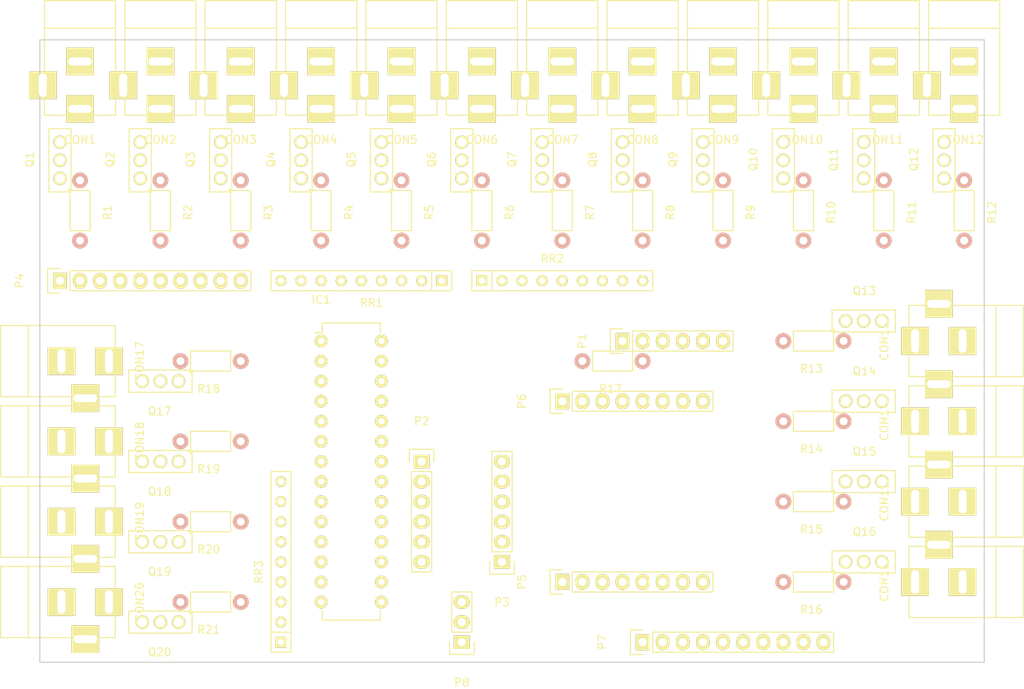
<source format=kicad_pcb>
(kicad_pcb (version 4) (host pcbnew 4.0.3-stable)

  (general
    (links 156)
    (no_connects 156)
    (area 65.964999 40.564999 185.495001 119.455001)
    (thickness 1.6)
    (drawings 6)
    (tracks 0)
    (zones 0)
    (modules 73)
    (nets 119)
  )

  (page A4)
  (layers
    (0 F.Cu signal)
    (31 B.Cu signal)
    (32 B.Adhes user)
    (33 F.Adhes user)
    (34 B.Paste user)
    (35 F.Paste user)
    (36 B.SilkS user)
    (37 F.SilkS user)
    (38 B.Mask user)
    (39 F.Mask user)
    (40 Dwgs.User user)
    (41 Cmts.User user)
    (42 Eco1.User user)
    (43 Eco2.User user)
    (44 Edge.Cuts user)
    (45 Margin user)
    (46 B.CrtYd user)
    (47 F.CrtYd user)
    (48 B.Fab user)
    (49 F.Fab user)
  )

  (setup
    (last_trace_width 0.25)
    (trace_clearance 0.2)
    (zone_clearance 0.508)
    (zone_45_only no)
    (trace_min 0.2)
    (segment_width 0.2)
    (edge_width 0.15)
    (via_size 0.6)
    (via_drill 0.4)
    (via_min_size 0.4)
    (via_min_drill 0.3)
    (uvia_size 0.3)
    (uvia_drill 0.1)
    (uvias_allowed no)
    (uvia_min_size 0.2)
    (uvia_min_drill 0.1)
    (pcb_text_width 0.3)
    (pcb_text_size 1.5 1.5)
    (mod_edge_width 0.15)
    (mod_text_size 1 1)
    (mod_text_width 0.15)
    (pad_size 1.524 1.524)
    (pad_drill 0.762)
    (pad_to_mask_clearance 0.2)
    (aux_axis_origin 0 0)
    (visible_elements FFFFFF7F)
    (pcbplotparams
      (layerselection 0x00030_80000001)
      (usegerberextensions false)
      (excludeedgelayer true)
      (linewidth 0.100000)
      (plotframeref false)
      (viasonmask false)
      (mode 1)
      (useauxorigin false)
      (hpglpennumber 1)
      (hpglpenspeed 20)
      (hpglpendiameter 15)
      (hpglpenoverlay 2)
      (psnegative false)
      (psa4output false)
      (plotreference true)
      (plotvalue true)
      (plotinvisibletext false)
      (padsonsilk false)
      (subtractmaskfromsilk false)
      (outputformat 1)
      (mirror false)
      (drillshape 1)
      (scaleselection 1)
      (outputdirectory ""))
  )

  (net 0 "")
  (net 1 12V_SEIZAE1)
  (net 2 "Net-(CON1-Pad2)")
  (net 3 "Net-(CON1-Pad3)")
  (net 4 "Net-(CON2-Pad2)")
  (net 5 "Net-(CON2-Pad3)")
  (net 6 "Net-(CON3-Pad2)")
  (net 7 "Net-(CON3-Pad3)")
  (net 8 "Net-(CON4-Pad2)")
  (net 9 "Net-(CON4-Pad3)")
  (net 10 "Net-(CON5-Pad2)")
  (net 11 "Net-(CON5-Pad3)")
  (net 12 "Net-(CON6-Pad2)")
  (net 13 "Net-(CON6-Pad3)")
  (net 14 "Net-(CON7-Pad2)")
  (net 15 "Net-(CON7-Pad3)")
  (net 16 "Net-(CON8-Pad2)")
  (net 17 "Net-(CON8-Pad3)")
  (net 18 "Net-(CON9-Pad2)")
  (net 19 "Net-(CON9-Pad3)")
  (net 20 "Net-(CON10-Pad2)")
  (net 21 "Net-(CON10-Pad3)")
  (net 22 "Net-(CON11-Pad2)")
  (net 23 "Net-(CON11-Pad3)")
  (net 24 "Net-(CON12-Pad2)")
  (net 25 "Net-(CON12-Pad3)")
  (net 26 "Net-(CON13-Pad2)")
  (net 27 "Net-(CON13-Pad3)")
  (net 28 "Net-(CON14-Pad2)")
  (net 29 "Net-(CON14-Pad3)")
  (net 30 "Net-(CON15-Pad2)")
  (net 31 "Net-(CON15-Pad3)")
  (net 32 "Net-(CON16-Pad2)")
  (net 33 "Net-(CON16-Pad3)")
  (net 34 12V_KOUTOU11)
  (net 35 "Net-(CON17-Pad2)")
  (net 36 "Net-(CON17-Pad3)")
  (net 37 12V_KOUTOU21)
  (net 38 "Net-(CON18-Pad2)")
  (net 39 "Net-(CON18-Pad3)")
  (net 40 5V_ITTOU1)
  (net 41 "Net-(CON19-Pad2)")
  (net 42 "Net-(CON19-Pad3)")
  (net 43 VCC_GINGA)
  (net 44 "Net-(CON20-Pad2)")
  (net 45 "Net-(CON20-Pad3)")
  (net 46 "Net-(IC1-Pad1)")
  (net 47 "Net-(IC1-Pad2)")
  (net 48 "Net-(IC1-Pad3)")
  (net 49 "Net-(IC1-Pad4)")
  (net 50 "Net-(IC1-Pad5)")
  (net 51 "Net-(IC1-Pad6)")
  (net 52 "Net-(IC1-Pad7)")
  (net 53 +12V)
  (net 54 "Net-(IC1-Pad9)")
  (net 55 "Net-(IC1-Pad10)")
  (net 56 "Net-(IC1-Pad11)")
  (net 57 "Net-(IC1-Pad12)")
  (net 58 "Net-(IC1-Pad13)")
  (net 59 "Net-(IC1-Pad14)")
  (net 60 "Net-(IC1-Pad15)")
  (net 61 "Net-(IC1-Pad16)")
  (net 62 "Net-(IC1-Pad17)")
  (net 63 "Net-(IC1-Pad18)")
  (net 64 5V_LOGIC)
  (net 65 "Net-(IC1-Pad21)")
  (net 66 "Net-(IC1-Pad22)")
  (net 67 "Net-(IC1-Pad23)")
  (net 68 "Net-(IC1-Pad24)")
  (net 69 "Net-(IC1-Pad25)")
  (net 70 "Net-(IC1-Pad26)")
  (net 71 "Net-(IC1-Pad27)")
  (net 72 "Net-(IC1-Pad28)")
  (net 73 "Net-(P1-Pad6)")
  (net 74 "Net-(P2-Pad1)")
  (net 75 "Net-(P2-Pad2)")
  (net 76 "Net-(P3-Pad1)")
  (net 77 "Net-(P3-Pad2)")
  (net 78 3.3V_LOGIC)
  (net 79 "Net-(P3-Pad5)")
  (net 80 "Net-(P3-Pad6)")
  (net 81 "Net-(P5-Pad1)")
  (net 82 "Net-(P5-Pad2)")
  (net 83 "Net-(P5-Pad3)")
  (net 84 "Net-(P5-Pad4)")
  (net 85 "Net-(P5-Pad5)")
  (net 86 "Net-(P5-Pad6)")
  (net 87 "Net-(P5-Pad7)")
  (net 88 "Net-(P6-Pad5)")
  (net 89 "Net-(P6-Pad6)")
  (net 90 "Net-(P6-Pad8)")
  (net 91 5V_GINGA)
  (net 92 12V_GINGA)
  (net 93 "Net-(Q1-Pad1)")
  (net 94 "Net-(Q2-Pad1)")
  (net 95 "Net-(Q3-Pad1)")
  (net 96 "Net-(Q4-Pad1)")
  (net 97 "Net-(Q5-Pad1)")
  (net 98 "Net-(Q6-Pad1)")
  (net 99 "Net-(Q7-Pad1)")
  (net 100 "Net-(Q8-Pad1)")
  (net 101 "Net-(Q9-Pad1)")
  (net 102 "Net-(Q10-Pad1)")
  (net 103 "Net-(Q11-Pad1)")
  (net 104 "Net-(Q12-Pad1)")
  (net 105 "Net-(Q13-Pad1)")
  (net 106 "Net-(Q14-Pad1)")
  (net 107 "Net-(Q15-Pad1)")
  (net 108 "Net-(Q16-Pad1)")
  (net 109 "Net-(Q17-Pad1)")
  (net 110 "Net-(Q18-Pad1)")
  (net 111 "Net-(Q19-Pad1)")
  (net 112 "Net-(Q20-Pad1)")
  (net 113 "Net-(RR3-Pad2)")
  (net 114 "Net-(P6-Pad3)")
  (net 115 "Net-(P6-Pad4)")
  (net 116 "Net-(RR3-Pad7)")
  (net 117 "Net-(RR3-Pad8)")
  (net 118 "Net-(RR3-Pad9)")

  (net_class Default "これは標準のネット クラスです。"
    (clearance 0.2)
    (trace_width 0.25)
    (via_dia 0.6)
    (via_drill 0.4)
    (uvia_dia 0.3)
    (uvia_drill 0.1)
  )

  (net_class universal_board ""
    (clearance 0.2)
    (trace_width 0.6)
    (via_dia 0.6)
    (via_drill 0.4)
    (uvia_dia 0.3)
    (uvia_drill 0.1)
    (add_net +12V)
    (add_net 12V_GINGA)
    (add_net 12V_KOUTOU11)
    (add_net 12V_KOUTOU21)
    (add_net 12V_SEIZAE1)
    (add_net 3.3V_LOGIC)
    (add_net 5V_GINGA)
    (add_net 5V_ITTOU1)
    (add_net 5V_LOGIC)
    (add_net "Net-(CON1-Pad2)")
    (add_net "Net-(CON1-Pad3)")
    (add_net "Net-(CON10-Pad2)")
    (add_net "Net-(CON10-Pad3)")
    (add_net "Net-(CON11-Pad2)")
    (add_net "Net-(CON11-Pad3)")
    (add_net "Net-(CON12-Pad2)")
    (add_net "Net-(CON12-Pad3)")
    (add_net "Net-(CON13-Pad2)")
    (add_net "Net-(CON13-Pad3)")
    (add_net "Net-(CON14-Pad2)")
    (add_net "Net-(CON14-Pad3)")
    (add_net "Net-(CON15-Pad2)")
    (add_net "Net-(CON15-Pad3)")
    (add_net "Net-(CON16-Pad2)")
    (add_net "Net-(CON16-Pad3)")
    (add_net "Net-(CON17-Pad2)")
    (add_net "Net-(CON17-Pad3)")
    (add_net "Net-(CON18-Pad2)")
    (add_net "Net-(CON18-Pad3)")
    (add_net "Net-(CON19-Pad2)")
    (add_net "Net-(CON19-Pad3)")
    (add_net "Net-(CON2-Pad2)")
    (add_net "Net-(CON2-Pad3)")
    (add_net "Net-(CON20-Pad2)")
    (add_net "Net-(CON20-Pad3)")
    (add_net "Net-(CON3-Pad2)")
    (add_net "Net-(CON3-Pad3)")
    (add_net "Net-(CON4-Pad2)")
    (add_net "Net-(CON4-Pad3)")
    (add_net "Net-(CON5-Pad2)")
    (add_net "Net-(CON5-Pad3)")
    (add_net "Net-(CON6-Pad2)")
    (add_net "Net-(CON6-Pad3)")
    (add_net "Net-(CON7-Pad2)")
    (add_net "Net-(CON7-Pad3)")
    (add_net "Net-(CON8-Pad2)")
    (add_net "Net-(CON8-Pad3)")
    (add_net "Net-(CON9-Pad2)")
    (add_net "Net-(CON9-Pad3)")
    (add_net "Net-(IC1-Pad1)")
    (add_net "Net-(IC1-Pad10)")
    (add_net "Net-(IC1-Pad11)")
    (add_net "Net-(IC1-Pad12)")
    (add_net "Net-(IC1-Pad13)")
    (add_net "Net-(IC1-Pad14)")
    (add_net "Net-(IC1-Pad15)")
    (add_net "Net-(IC1-Pad16)")
    (add_net "Net-(IC1-Pad17)")
    (add_net "Net-(IC1-Pad18)")
    (add_net "Net-(IC1-Pad2)")
    (add_net "Net-(IC1-Pad21)")
    (add_net "Net-(IC1-Pad22)")
    (add_net "Net-(IC1-Pad23)")
    (add_net "Net-(IC1-Pad24)")
    (add_net "Net-(IC1-Pad25)")
    (add_net "Net-(IC1-Pad26)")
    (add_net "Net-(IC1-Pad27)")
    (add_net "Net-(IC1-Pad28)")
    (add_net "Net-(IC1-Pad3)")
    (add_net "Net-(IC1-Pad4)")
    (add_net "Net-(IC1-Pad5)")
    (add_net "Net-(IC1-Pad6)")
    (add_net "Net-(IC1-Pad7)")
    (add_net "Net-(IC1-Pad9)")
    (add_net "Net-(P1-Pad6)")
    (add_net "Net-(P2-Pad1)")
    (add_net "Net-(P2-Pad2)")
    (add_net "Net-(P3-Pad1)")
    (add_net "Net-(P3-Pad2)")
    (add_net "Net-(P3-Pad5)")
    (add_net "Net-(P3-Pad6)")
    (add_net "Net-(P5-Pad1)")
    (add_net "Net-(P5-Pad2)")
    (add_net "Net-(P5-Pad3)")
    (add_net "Net-(P5-Pad4)")
    (add_net "Net-(P5-Pad5)")
    (add_net "Net-(P5-Pad6)")
    (add_net "Net-(P5-Pad7)")
    (add_net "Net-(P6-Pad3)")
    (add_net "Net-(P6-Pad4)")
    (add_net "Net-(P6-Pad5)")
    (add_net "Net-(P6-Pad6)")
    (add_net "Net-(P6-Pad8)")
    (add_net "Net-(Q1-Pad1)")
    (add_net "Net-(Q10-Pad1)")
    (add_net "Net-(Q11-Pad1)")
    (add_net "Net-(Q12-Pad1)")
    (add_net "Net-(Q13-Pad1)")
    (add_net "Net-(Q14-Pad1)")
    (add_net "Net-(Q15-Pad1)")
    (add_net "Net-(Q16-Pad1)")
    (add_net "Net-(Q17-Pad1)")
    (add_net "Net-(Q18-Pad1)")
    (add_net "Net-(Q19-Pad1)")
    (add_net "Net-(Q2-Pad1)")
    (add_net "Net-(Q20-Pad1)")
    (add_net "Net-(Q3-Pad1)")
    (add_net "Net-(Q4-Pad1)")
    (add_net "Net-(Q5-Pad1)")
    (add_net "Net-(Q6-Pad1)")
    (add_net "Net-(Q7-Pad1)")
    (add_net "Net-(Q8-Pad1)")
    (add_net "Net-(Q9-Pad1)")
    (add_net "Net-(RR3-Pad2)")
    (add_net "Net-(RR3-Pad7)")
    (add_net "Net-(RR3-Pad8)")
    (add_net "Net-(RR3-Pad9)")
    (add_net VCC_GINGA)
  )

  (module Connect:BARREL_JACK (layer F.Cu) (tedit 0) (tstamp 57D2B7E4)
    (at 71.12 43.18 270)
    (descr "DC Barrel Jack")
    (tags "Power Jack")
    (path /57CD993F)
    (fp_text reference CON1 (at 10.09904 0 360) (layer F.SilkS)
      (effects (font (size 1 1) (thickness 0.15)))
    )
    (fp_text value BARREL_JACK (at 0 -5.99948 270) (layer F.Fab)
      (effects (font (size 1 1) (thickness 0.15)))
    )
    (fp_line (start -4.0005 -4.50088) (end -4.0005 4.50088) (layer F.SilkS) (width 0.15))
    (fp_line (start -7.50062 -4.50088) (end -7.50062 4.50088) (layer F.SilkS) (width 0.15))
    (fp_line (start -7.50062 4.50088) (end 7.00024 4.50088) (layer F.SilkS) (width 0.15))
    (fp_line (start 7.00024 4.50088) (end 7.00024 -4.50088) (layer F.SilkS) (width 0.15))
    (fp_line (start 7.00024 -4.50088) (end -7.50062 -4.50088) (layer F.SilkS) (width 0.15))
    (pad 1 thru_hole rect (at 6.20014 0 270) (size 3.50012 3.50012) (drill oval 1.00076 2.99974) (layers *.Cu *.Mask F.SilkS)
      (net 1 12V_SEIZAE1))
    (pad 2 thru_hole rect (at 0.20066 0 270) (size 3.50012 3.50012) (drill oval 1.00076 2.99974) (layers *.Cu *.Mask F.SilkS)
      (net 2 "Net-(CON1-Pad2)"))
    (pad 3 thru_hole rect (at 3.2004 4.699 270) (size 3.50012 3.50012) (drill oval 2.99974 1.00076) (layers *.Cu *.Mask F.SilkS)
      (net 3 "Net-(CON1-Pad3)"))
  )

  (module Connect:BARREL_JACK (layer F.Cu) (tedit 0) (tstamp 57D2B7EB)
    (at 81.28 43.18 270)
    (descr "DC Barrel Jack")
    (tags "Power Jack")
    (path /57CD9DD6)
    (fp_text reference CON2 (at 10.09904 0 360) (layer F.SilkS)
      (effects (font (size 1 1) (thickness 0.15)))
    )
    (fp_text value BARREL_JACK (at 0 -5.99948 270) (layer F.Fab)
      (effects (font (size 1 1) (thickness 0.15)))
    )
    (fp_line (start -4.0005 -4.50088) (end -4.0005 4.50088) (layer F.SilkS) (width 0.15))
    (fp_line (start -7.50062 -4.50088) (end -7.50062 4.50088) (layer F.SilkS) (width 0.15))
    (fp_line (start -7.50062 4.50088) (end 7.00024 4.50088) (layer F.SilkS) (width 0.15))
    (fp_line (start 7.00024 4.50088) (end 7.00024 -4.50088) (layer F.SilkS) (width 0.15))
    (fp_line (start 7.00024 -4.50088) (end -7.50062 -4.50088) (layer F.SilkS) (width 0.15))
    (pad 1 thru_hole rect (at 6.20014 0 270) (size 3.50012 3.50012) (drill oval 1.00076 2.99974) (layers *.Cu *.Mask F.SilkS)
      (net 1 12V_SEIZAE1))
    (pad 2 thru_hole rect (at 0.20066 0 270) (size 3.50012 3.50012) (drill oval 1.00076 2.99974) (layers *.Cu *.Mask F.SilkS)
      (net 4 "Net-(CON2-Pad2)"))
    (pad 3 thru_hole rect (at 3.2004 4.699 270) (size 3.50012 3.50012) (drill oval 2.99974 1.00076) (layers *.Cu *.Mask F.SilkS)
      (net 5 "Net-(CON2-Pad3)"))
  )

  (module Connect:BARREL_JACK (layer F.Cu) (tedit 0) (tstamp 57D2B7F2)
    (at 91.44 43.18 270)
    (descr "DC Barrel Jack")
    (tags "Power Jack")
    (path /57CD9E4A)
    (fp_text reference CON3 (at 10.09904 0 360) (layer F.SilkS)
      (effects (font (size 1 1) (thickness 0.15)))
    )
    (fp_text value BARREL_JACK (at 0 -5.99948 270) (layer F.Fab)
      (effects (font (size 1 1) (thickness 0.15)))
    )
    (fp_line (start -4.0005 -4.50088) (end -4.0005 4.50088) (layer F.SilkS) (width 0.15))
    (fp_line (start -7.50062 -4.50088) (end -7.50062 4.50088) (layer F.SilkS) (width 0.15))
    (fp_line (start -7.50062 4.50088) (end 7.00024 4.50088) (layer F.SilkS) (width 0.15))
    (fp_line (start 7.00024 4.50088) (end 7.00024 -4.50088) (layer F.SilkS) (width 0.15))
    (fp_line (start 7.00024 -4.50088) (end -7.50062 -4.50088) (layer F.SilkS) (width 0.15))
    (pad 1 thru_hole rect (at 6.20014 0 270) (size 3.50012 3.50012) (drill oval 1.00076 2.99974) (layers *.Cu *.Mask F.SilkS)
      (net 1 12V_SEIZAE1))
    (pad 2 thru_hole rect (at 0.20066 0 270) (size 3.50012 3.50012) (drill oval 1.00076 2.99974) (layers *.Cu *.Mask F.SilkS)
      (net 6 "Net-(CON3-Pad2)"))
    (pad 3 thru_hole rect (at 3.2004 4.699 270) (size 3.50012 3.50012) (drill oval 2.99974 1.00076) (layers *.Cu *.Mask F.SilkS)
      (net 7 "Net-(CON3-Pad3)"))
  )

  (module Connect:BARREL_JACK (layer F.Cu) (tedit 0) (tstamp 57D2B7F9)
    (at 101.6 43.18 270)
    (descr "DC Barrel Jack")
    (tags "Power Jack")
    (path /57CD9EA9)
    (fp_text reference CON4 (at 10.09904 0 360) (layer F.SilkS)
      (effects (font (size 1 1) (thickness 0.15)))
    )
    (fp_text value BARREL_JACK (at 0 -5.99948 270) (layer F.Fab)
      (effects (font (size 1 1) (thickness 0.15)))
    )
    (fp_line (start -4.0005 -4.50088) (end -4.0005 4.50088) (layer F.SilkS) (width 0.15))
    (fp_line (start -7.50062 -4.50088) (end -7.50062 4.50088) (layer F.SilkS) (width 0.15))
    (fp_line (start -7.50062 4.50088) (end 7.00024 4.50088) (layer F.SilkS) (width 0.15))
    (fp_line (start 7.00024 4.50088) (end 7.00024 -4.50088) (layer F.SilkS) (width 0.15))
    (fp_line (start 7.00024 -4.50088) (end -7.50062 -4.50088) (layer F.SilkS) (width 0.15))
    (pad 1 thru_hole rect (at 6.20014 0 270) (size 3.50012 3.50012) (drill oval 1.00076 2.99974) (layers *.Cu *.Mask F.SilkS)
      (net 1 12V_SEIZAE1))
    (pad 2 thru_hole rect (at 0.20066 0 270) (size 3.50012 3.50012) (drill oval 1.00076 2.99974) (layers *.Cu *.Mask F.SilkS)
      (net 8 "Net-(CON4-Pad2)"))
    (pad 3 thru_hole rect (at 3.2004 4.699 270) (size 3.50012 3.50012) (drill oval 2.99974 1.00076) (layers *.Cu *.Mask F.SilkS)
      (net 9 "Net-(CON4-Pad3)"))
  )

  (module Connect:BARREL_JACK (layer F.Cu) (tedit 0) (tstamp 57D2B800)
    (at 111.76 43.18 270)
    (descr "DC Barrel Jack")
    (tags "Power Jack")
    (path /57CDA065)
    (fp_text reference CON5 (at 10.09904 0 360) (layer F.SilkS)
      (effects (font (size 1 1) (thickness 0.15)))
    )
    (fp_text value BARREL_JACK (at 0 -5.99948 270) (layer F.Fab)
      (effects (font (size 1 1) (thickness 0.15)))
    )
    (fp_line (start -4.0005 -4.50088) (end -4.0005 4.50088) (layer F.SilkS) (width 0.15))
    (fp_line (start -7.50062 -4.50088) (end -7.50062 4.50088) (layer F.SilkS) (width 0.15))
    (fp_line (start -7.50062 4.50088) (end 7.00024 4.50088) (layer F.SilkS) (width 0.15))
    (fp_line (start 7.00024 4.50088) (end 7.00024 -4.50088) (layer F.SilkS) (width 0.15))
    (fp_line (start 7.00024 -4.50088) (end -7.50062 -4.50088) (layer F.SilkS) (width 0.15))
    (pad 1 thru_hole rect (at 6.20014 0 270) (size 3.50012 3.50012) (drill oval 1.00076 2.99974) (layers *.Cu *.Mask F.SilkS)
      (net 1 12V_SEIZAE1))
    (pad 2 thru_hole rect (at 0.20066 0 270) (size 3.50012 3.50012) (drill oval 1.00076 2.99974) (layers *.Cu *.Mask F.SilkS)
      (net 10 "Net-(CON5-Pad2)"))
    (pad 3 thru_hole rect (at 3.2004 4.699 270) (size 3.50012 3.50012) (drill oval 2.99974 1.00076) (layers *.Cu *.Mask F.SilkS)
      (net 11 "Net-(CON5-Pad3)"))
  )

  (module Connect:BARREL_JACK (layer F.Cu) (tedit 0) (tstamp 57D2B807)
    (at 121.92 43.18 270)
    (descr "DC Barrel Jack")
    (tags "Power Jack")
    (path /57CDA0C3)
    (fp_text reference CON6 (at 10.09904 0 360) (layer F.SilkS)
      (effects (font (size 1 1) (thickness 0.15)))
    )
    (fp_text value BARREL_JACK (at 0 -5.99948 270) (layer F.Fab)
      (effects (font (size 1 1) (thickness 0.15)))
    )
    (fp_line (start -4.0005 -4.50088) (end -4.0005 4.50088) (layer F.SilkS) (width 0.15))
    (fp_line (start -7.50062 -4.50088) (end -7.50062 4.50088) (layer F.SilkS) (width 0.15))
    (fp_line (start -7.50062 4.50088) (end 7.00024 4.50088) (layer F.SilkS) (width 0.15))
    (fp_line (start 7.00024 4.50088) (end 7.00024 -4.50088) (layer F.SilkS) (width 0.15))
    (fp_line (start 7.00024 -4.50088) (end -7.50062 -4.50088) (layer F.SilkS) (width 0.15))
    (pad 1 thru_hole rect (at 6.20014 0 270) (size 3.50012 3.50012) (drill oval 1.00076 2.99974) (layers *.Cu *.Mask F.SilkS)
      (net 1 12V_SEIZAE1))
    (pad 2 thru_hole rect (at 0.20066 0 270) (size 3.50012 3.50012) (drill oval 1.00076 2.99974) (layers *.Cu *.Mask F.SilkS)
      (net 12 "Net-(CON6-Pad2)"))
    (pad 3 thru_hole rect (at 3.2004 4.699 270) (size 3.50012 3.50012) (drill oval 2.99974 1.00076) (layers *.Cu *.Mask F.SilkS)
      (net 13 "Net-(CON6-Pad3)"))
  )

  (module Connect:BARREL_JACK (layer F.Cu) (tedit 0) (tstamp 57D2B80E)
    (at 132.08 43.18 270)
    (descr "DC Barrel Jack")
    (tags "Power Jack")
    (path /57CDA115)
    (fp_text reference CON7 (at 10.09904 0 360) (layer F.SilkS)
      (effects (font (size 1 1) (thickness 0.15)))
    )
    (fp_text value BARREL_JACK (at 0 -5.99948 270) (layer F.Fab)
      (effects (font (size 1 1) (thickness 0.15)))
    )
    (fp_line (start -4.0005 -4.50088) (end -4.0005 4.50088) (layer F.SilkS) (width 0.15))
    (fp_line (start -7.50062 -4.50088) (end -7.50062 4.50088) (layer F.SilkS) (width 0.15))
    (fp_line (start -7.50062 4.50088) (end 7.00024 4.50088) (layer F.SilkS) (width 0.15))
    (fp_line (start 7.00024 4.50088) (end 7.00024 -4.50088) (layer F.SilkS) (width 0.15))
    (fp_line (start 7.00024 -4.50088) (end -7.50062 -4.50088) (layer F.SilkS) (width 0.15))
    (pad 1 thru_hole rect (at 6.20014 0 270) (size 3.50012 3.50012) (drill oval 1.00076 2.99974) (layers *.Cu *.Mask F.SilkS)
      (net 1 12V_SEIZAE1))
    (pad 2 thru_hole rect (at 0.20066 0 270) (size 3.50012 3.50012) (drill oval 1.00076 2.99974) (layers *.Cu *.Mask F.SilkS)
      (net 14 "Net-(CON7-Pad2)"))
    (pad 3 thru_hole rect (at 3.2004 4.699 270) (size 3.50012 3.50012) (drill oval 2.99974 1.00076) (layers *.Cu *.Mask F.SilkS)
      (net 15 "Net-(CON7-Pad3)"))
  )

  (module Connect:BARREL_JACK (layer F.Cu) (tedit 0) (tstamp 57D2B815)
    (at 142.24 43.18 270)
    (descr "DC Barrel Jack")
    (tags "Power Jack")
    (path /57CDA166)
    (fp_text reference CON8 (at 10.09904 0 360) (layer F.SilkS)
      (effects (font (size 1 1) (thickness 0.15)))
    )
    (fp_text value BARREL_JACK (at 0 -5.99948 270) (layer F.Fab)
      (effects (font (size 1 1) (thickness 0.15)))
    )
    (fp_line (start -4.0005 -4.50088) (end -4.0005 4.50088) (layer F.SilkS) (width 0.15))
    (fp_line (start -7.50062 -4.50088) (end -7.50062 4.50088) (layer F.SilkS) (width 0.15))
    (fp_line (start -7.50062 4.50088) (end 7.00024 4.50088) (layer F.SilkS) (width 0.15))
    (fp_line (start 7.00024 4.50088) (end 7.00024 -4.50088) (layer F.SilkS) (width 0.15))
    (fp_line (start 7.00024 -4.50088) (end -7.50062 -4.50088) (layer F.SilkS) (width 0.15))
    (pad 1 thru_hole rect (at 6.20014 0 270) (size 3.50012 3.50012) (drill oval 1.00076 2.99974) (layers *.Cu *.Mask F.SilkS)
      (net 1 12V_SEIZAE1))
    (pad 2 thru_hole rect (at 0.20066 0 270) (size 3.50012 3.50012) (drill oval 1.00076 2.99974) (layers *.Cu *.Mask F.SilkS)
      (net 16 "Net-(CON8-Pad2)"))
    (pad 3 thru_hole rect (at 3.2004 4.699 270) (size 3.50012 3.50012) (drill oval 2.99974 1.00076) (layers *.Cu *.Mask F.SilkS)
      (net 17 "Net-(CON8-Pad3)"))
  )

  (module Connect:BARREL_JACK (layer F.Cu) (tedit 0) (tstamp 57D2B81C)
    (at 152.4 43.18 270)
    (descr "DC Barrel Jack")
    (tags "Power Jack")
    (path /57CDAA09)
    (fp_text reference CON9 (at 10.09904 0 360) (layer F.SilkS)
      (effects (font (size 1 1) (thickness 0.15)))
    )
    (fp_text value BARREL_JACK (at 0 -5.99948 270) (layer F.Fab)
      (effects (font (size 1 1) (thickness 0.15)))
    )
    (fp_line (start -4.0005 -4.50088) (end -4.0005 4.50088) (layer F.SilkS) (width 0.15))
    (fp_line (start -7.50062 -4.50088) (end -7.50062 4.50088) (layer F.SilkS) (width 0.15))
    (fp_line (start -7.50062 4.50088) (end 7.00024 4.50088) (layer F.SilkS) (width 0.15))
    (fp_line (start 7.00024 4.50088) (end 7.00024 -4.50088) (layer F.SilkS) (width 0.15))
    (fp_line (start 7.00024 -4.50088) (end -7.50062 -4.50088) (layer F.SilkS) (width 0.15))
    (pad 1 thru_hole rect (at 6.20014 0 270) (size 3.50012 3.50012) (drill oval 1.00076 2.99974) (layers *.Cu *.Mask F.SilkS)
      (net 1 12V_SEIZAE1))
    (pad 2 thru_hole rect (at 0.20066 0 270) (size 3.50012 3.50012) (drill oval 1.00076 2.99974) (layers *.Cu *.Mask F.SilkS)
      (net 18 "Net-(CON9-Pad2)"))
    (pad 3 thru_hole rect (at 3.2004 4.699 270) (size 3.50012 3.50012) (drill oval 2.99974 1.00076) (layers *.Cu *.Mask F.SilkS)
      (net 19 "Net-(CON9-Pad3)"))
  )

  (module Connect:BARREL_JACK (layer F.Cu) (tedit 0) (tstamp 57D2B823)
    (at 162.56 43.18 270)
    (descr "DC Barrel Jack")
    (tags "Power Jack")
    (path /57CDAA10)
    (fp_text reference CON10 (at 10.09904 0 360) (layer F.SilkS)
      (effects (font (size 1 1) (thickness 0.15)))
    )
    (fp_text value BARREL_JACK (at 0 -5.99948 270) (layer F.Fab)
      (effects (font (size 1 1) (thickness 0.15)))
    )
    (fp_line (start -4.0005 -4.50088) (end -4.0005 4.50088) (layer F.SilkS) (width 0.15))
    (fp_line (start -7.50062 -4.50088) (end -7.50062 4.50088) (layer F.SilkS) (width 0.15))
    (fp_line (start -7.50062 4.50088) (end 7.00024 4.50088) (layer F.SilkS) (width 0.15))
    (fp_line (start 7.00024 4.50088) (end 7.00024 -4.50088) (layer F.SilkS) (width 0.15))
    (fp_line (start 7.00024 -4.50088) (end -7.50062 -4.50088) (layer F.SilkS) (width 0.15))
    (pad 1 thru_hole rect (at 6.20014 0 270) (size 3.50012 3.50012) (drill oval 1.00076 2.99974) (layers *.Cu *.Mask F.SilkS)
      (net 1 12V_SEIZAE1))
    (pad 2 thru_hole rect (at 0.20066 0 270) (size 3.50012 3.50012) (drill oval 1.00076 2.99974) (layers *.Cu *.Mask F.SilkS)
      (net 20 "Net-(CON10-Pad2)"))
    (pad 3 thru_hole rect (at 3.2004 4.699 270) (size 3.50012 3.50012) (drill oval 2.99974 1.00076) (layers *.Cu *.Mask F.SilkS)
      (net 21 "Net-(CON10-Pad3)"))
  )

  (module Connect:BARREL_JACK (layer F.Cu) (tedit 0) (tstamp 57D2B82A)
    (at 172.72 43.18 270)
    (descr "DC Barrel Jack")
    (tags "Power Jack")
    (path /57CDAA17)
    (fp_text reference CON11 (at 10.09904 0 360) (layer F.SilkS)
      (effects (font (size 1 1) (thickness 0.15)))
    )
    (fp_text value BARREL_JACK (at 0 -5.99948 270) (layer F.Fab)
      (effects (font (size 1 1) (thickness 0.15)))
    )
    (fp_line (start -4.0005 -4.50088) (end -4.0005 4.50088) (layer F.SilkS) (width 0.15))
    (fp_line (start -7.50062 -4.50088) (end -7.50062 4.50088) (layer F.SilkS) (width 0.15))
    (fp_line (start -7.50062 4.50088) (end 7.00024 4.50088) (layer F.SilkS) (width 0.15))
    (fp_line (start 7.00024 4.50088) (end 7.00024 -4.50088) (layer F.SilkS) (width 0.15))
    (fp_line (start 7.00024 -4.50088) (end -7.50062 -4.50088) (layer F.SilkS) (width 0.15))
    (pad 1 thru_hole rect (at 6.20014 0 270) (size 3.50012 3.50012) (drill oval 1.00076 2.99974) (layers *.Cu *.Mask F.SilkS)
      (net 1 12V_SEIZAE1))
    (pad 2 thru_hole rect (at 0.20066 0 270) (size 3.50012 3.50012) (drill oval 1.00076 2.99974) (layers *.Cu *.Mask F.SilkS)
      (net 22 "Net-(CON11-Pad2)"))
    (pad 3 thru_hole rect (at 3.2004 4.699 270) (size 3.50012 3.50012) (drill oval 2.99974 1.00076) (layers *.Cu *.Mask F.SilkS)
      (net 23 "Net-(CON11-Pad3)"))
  )

  (module Connect:BARREL_JACK (layer F.Cu) (tedit 0) (tstamp 57D2B831)
    (at 182.88 43.18 270)
    (descr "DC Barrel Jack")
    (tags "Power Jack")
    (path /57CDAA1E)
    (fp_text reference CON12 (at 10.09904 0 360) (layer F.SilkS)
      (effects (font (size 1 1) (thickness 0.15)))
    )
    (fp_text value BARREL_JACK (at 0 -5.99948 270) (layer F.Fab)
      (effects (font (size 1 1) (thickness 0.15)))
    )
    (fp_line (start -4.0005 -4.50088) (end -4.0005 4.50088) (layer F.SilkS) (width 0.15))
    (fp_line (start -7.50062 -4.50088) (end -7.50062 4.50088) (layer F.SilkS) (width 0.15))
    (fp_line (start -7.50062 4.50088) (end 7.00024 4.50088) (layer F.SilkS) (width 0.15))
    (fp_line (start 7.00024 4.50088) (end 7.00024 -4.50088) (layer F.SilkS) (width 0.15))
    (fp_line (start 7.00024 -4.50088) (end -7.50062 -4.50088) (layer F.SilkS) (width 0.15))
    (pad 1 thru_hole rect (at 6.20014 0 270) (size 3.50012 3.50012) (drill oval 1.00076 2.99974) (layers *.Cu *.Mask F.SilkS)
      (net 1 12V_SEIZAE1))
    (pad 2 thru_hole rect (at 0.20066 0 270) (size 3.50012 3.50012) (drill oval 1.00076 2.99974) (layers *.Cu *.Mask F.SilkS)
      (net 24 "Net-(CON12-Pad2)"))
    (pad 3 thru_hole rect (at 3.2004 4.699 270) (size 3.50012 3.50012) (drill oval 2.99974 1.00076) (layers *.Cu *.Mask F.SilkS)
      (net 25 "Net-(CON12-Pad3)"))
  )

  (module Connect:BARREL_JACK (layer F.Cu) (tedit 0) (tstamp 57D2B838)
    (at 182.88 78.74 180)
    (descr "DC Barrel Jack")
    (tags "Power Jack")
    (path /57CDAA25)
    (fp_text reference CON13 (at 10.09904 0 270) (layer F.SilkS)
      (effects (font (size 1 1) (thickness 0.15)))
    )
    (fp_text value BARREL_JACK (at 0 -5.99948 180) (layer F.Fab)
      (effects (font (size 1 1) (thickness 0.15)))
    )
    (fp_line (start -4.0005 -4.50088) (end -4.0005 4.50088) (layer F.SilkS) (width 0.15))
    (fp_line (start -7.50062 -4.50088) (end -7.50062 4.50088) (layer F.SilkS) (width 0.15))
    (fp_line (start -7.50062 4.50088) (end 7.00024 4.50088) (layer F.SilkS) (width 0.15))
    (fp_line (start 7.00024 4.50088) (end 7.00024 -4.50088) (layer F.SilkS) (width 0.15))
    (fp_line (start 7.00024 -4.50088) (end -7.50062 -4.50088) (layer F.SilkS) (width 0.15))
    (pad 1 thru_hole rect (at 6.20014 0 180) (size 3.50012 3.50012) (drill oval 1.00076 2.99974) (layers *.Cu *.Mask F.SilkS)
      (net 1 12V_SEIZAE1))
    (pad 2 thru_hole rect (at 0.20066 0 180) (size 3.50012 3.50012) (drill oval 1.00076 2.99974) (layers *.Cu *.Mask F.SilkS)
      (net 26 "Net-(CON13-Pad2)"))
    (pad 3 thru_hole rect (at 3.2004 4.699 180) (size 3.50012 3.50012) (drill oval 2.99974 1.00076) (layers *.Cu *.Mask F.SilkS)
      (net 27 "Net-(CON13-Pad3)"))
  )

  (module Connect:BARREL_JACK (layer F.Cu) (tedit 0) (tstamp 57D2B83F)
    (at 182.88 88.9 180)
    (descr "DC Barrel Jack")
    (tags "Power Jack")
    (path /57CDAA2C)
    (fp_text reference CON14 (at 10.09904 0 270) (layer F.SilkS)
      (effects (font (size 1 1) (thickness 0.15)))
    )
    (fp_text value BARREL_JACK (at 0 -5.99948 180) (layer F.Fab)
      (effects (font (size 1 1) (thickness 0.15)))
    )
    (fp_line (start -4.0005 -4.50088) (end -4.0005 4.50088) (layer F.SilkS) (width 0.15))
    (fp_line (start -7.50062 -4.50088) (end -7.50062 4.50088) (layer F.SilkS) (width 0.15))
    (fp_line (start -7.50062 4.50088) (end 7.00024 4.50088) (layer F.SilkS) (width 0.15))
    (fp_line (start 7.00024 4.50088) (end 7.00024 -4.50088) (layer F.SilkS) (width 0.15))
    (fp_line (start 7.00024 -4.50088) (end -7.50062 -4.50088) (layer F.SilkS) (width 0.15))
    (pad 1 thru_hole rect (at 6.20014 0 180) (size 3.50012 3.50012) (drill oval 1.00076 2.99974) (layers *.Cu *.Mask F.SilkS)
      (net 1 12V_SEIZAE1))
    (pad 2 thru_hole rect (at 0.20066 0 180) (size 3.50012 3.50012) (drill oval 1.00076 2.99974) (layers *.Cu *.Mask F.SilkS)
      (net 28 "Net-(CON14-Pad2)"))
    (pad 3 thru_hole rect (at 3.2004 4.699 180) (size 3.50012 3.50012) (drill oval 2.99974 1.00076) (layers *.Cu *.Mask F.SilkS)
      (net 29 "Net-(CON14-Pad3)"))
  )

  (module Connect:BARREL_JACK (layer F.Cu) (tedit 0) (tstamp 57D2B846)
    (at 182.88 99.06 180)
    (descr "DC Barrel Jack")
    (tags "Power Jack")
    (path /57CDAA33)
    (fp_text reference CON15 (at 10.09904 0 270) (layer F.SilkS)
      (effects (font (size 1 1) (thickness 0.15)))
    )
    (fp_text value BARREL_JACK (at 0 -5.99948 180) (layer F.Fab)
      (effects (font (size 1 1) (thickness 0.15)))
    )
    (fp_line (start -4.0005 -4.50088) (end -4.0005 4.50088) (layer F.SilkS) (width 0.15))
    (fp_line (start -7.50062 -4.50088) (end -7.50062 4.50088) (layer F.SilkS) (width 0.15))
    (fp_line (start -7.50062 4.50088) (end 7.00024 4.50088) (layer F.SilkS) (width 0.15))
    (fp_line (start 7.00024 4.50088) (end 7.00024 -4.50088) (layer F.SilkS) (width 0.15))
    (fp_line (start 7.00024 -4.50088) (end -7.50062 -4.50088) (layer F.SilkS) (width 0.15))
    (pad 1 thru_hole rect (at 6.20014 0 180) (size 3.50012 3.50012) (drill oval 1.00076 2.99974) (layers *.Cu *.Mask F.SilkS)
      (net 1 12V_SEIZAE1))
    (pad 2 thru_hole rect (at 0.20066 0 180) (size 3.50012 3.50012) (drill oval 1.00076 2.99974) (layers *.Cu *.Mask F.SilkS)
      (net 30 "Net-(CON15-Pad2)"))
    (pad 3 thru_hole rect (at 3.2004 4.699 180) (size 3.50012 3.50012) (drill oval 2.99974 1.00076) (layers *.Cu *.Mask F.SilkS)
      (net 31 "Net-(CON15-Pad3)"))
  )

  (module Connect:BARREL_JACK (layer F.Cu) (tedit 0) (tstamp 57D2B84D)
    (at 182.88 109.22 180)
    (descr "DC Barrel Jack")
    (tags "Power Jack")
    (path /57CDAA3A)
    (fp_text reference CON16 (at 10.09904 0 270) (layer F.SilkS)
      (effects (font (size 1 1) (thickness 0.15)))
    )
    (fp_text value BARREL_JACK (at 0 -5.99948 180) (layer F.Fab)
      (effects (font (size 1 1) (thickness 0.15)))
    )
    (fp_line (start -4.0005 -4.50088) (end -4.0005 4.50088) (layer F.SilkS) (width 0.15))
    (fp_line (start -7.50062 -4.50088) (end -7.50062 4.50088) (layer F.SilkS) (width 0.15))
    (fp_line (start -7.50062 4.50088) (end 7.00024 4.50088) (layer F.SilkS) (width 0.15))
    (fp_line (start 7.00024 4.50088) (end 7.00024 -4.50088) (layer F.SilkS) (width 0.15))
    (fp_line (start 7.00024 -4.50088) (end -7.50062 -4.50088) (layer F.SilkS) (width 0.15))
    (pad 1 thru_hole rect (at 6.20014 0 180) (size 3.50012 3.50012) (drill oval 1.00076 2.99974) (layers *.Cu *.Mask F.SilkS)
      (net 1 12V_SEIZAE1))
    (pad 2 thru_hole rect (at 0.20066 0 180) (size 3.50012 3.50012) (drill oval 1.00076 2.99974) (layers *.Cu *.Mask F.SilkS)
      (net 32 "Net-(CON16-Pad2)"))
    (pad 3 thru_hole rect (at 3.2004 4.699 180) (size 3.50012 3.50012) (drill oval 2.99974 1.00076) (layers *.Cu *.Mask F.SilkS)
      (net 33 "Net-(CON16-Pad3)"))
  )

  (module Connect:BARREL_JACK (layer F.Cu) (tedit 0) (tstamp 57D2B854)
    (at 68.58 81.28)
    (descr "DC Barrel Jack")
    (tags "Power Jack")
    (path /57CD89EF)
    (fp_text reference CON17 (at 10.09904 0 90) (layer F.SilkS)
      (effects (font (size 1 1) (thickness 0.15)))
    )
    (fp_text value BARREL_JACK (at 0 -5.99948) (layer F.Fab)
      (effects (font (size 1 1) (thickness 0.15)))
    )
    (fp_line (start -4.0005 -4.50088) (end -4.0005 4.50088) (layer F.SilkS) (width 0.15))
    (fp_line (start -7.50062 -4.50088) (end -7.50062 4.50088) (layer F.SilkS) (width 0.15))
    (fp_line (start -7.50062 4.50088) (end 7.00024 4.50088) (layer F.SilkS) (width 0.15))
    (fp_line (start 7.00024 4.50088) (end 7.00024 -4.50088) (layer F.SilkS) (width 0.15))
    (fp_line (start 7.00024 -4.50088) (end -7.50062 -4.50088) (layer F.SilkS) (width 0.15))
    (pad 1 thru_hole rect (at 6.20014 0) (size 3.50012 3.50012) (drill oval 1.00076 2.99974) (layers *.Cu *.Mask F.SilkS)
      (net 34 12V_KOUTOU11))
    (pad 2 thru_hole rect (at 0.20066 0) (size 3.50012 3.50012) (drill oval 1.00076 2.99974) (layers *.Cu *.Mask F.SilkS)
      (net 35 "Net-(CON17-Pad2)"))
    (pad 3 thru_hole rect (at 3.2004 4.699) (size 3.50012 3.50012) (drill oval 2.99974 1.00076) (layers *.Cu *.Mask F.SilkS)
      (net 36 "Net-(CON17-Pad3)"))
  )

  (module Connect:BARREL_JACK (layer F.Cu) (tedit 0) (tstamp 57D2B85B)
    (at 68.58 91.44)
    (descr "DC Barrel Jack")
    (tags "Power Jack")
    (path /57CD919E)
    (fp_text reference CON18 (at 10.09904 0 90) (layer F.SilkS)
      (effects (font (size 1 1) (thickness 0.15)))
    )
    (fp_text value BARREL_JACK (at 0 -5.99948) (layer F.Fab)
      (effects (font (size 1 1) (thickness 0.15)))
    )
    (fp_line (start -4.0005 -4.50088) (end -4.0005 4.50088) (layer F.SilkS) (width 0.15))
    (fp_line (start -7.50062 -4.50088) (end -7.50062 4.50088) (layer F.SilkS) (width 0.15))
    (fp_line (start -7.50062 4.50088) (end 7.00024 4.50088) (layer F.SilkS) (width 0.15))
    (fp_line (start 7.00024 4.50088) (end 7.00024 -4.50088) (layer F.SilkS) (width 0.15))
    (fp_line (start 7.00024 -4.50088) (end -7.50062 -4.50088) (layer F.SilkS) (width 0.15))
    (pad 1 thru_hole rect (at 6.20014 0) (size 3.50012 3.50012) (drill oval 1.00076 2.99974) (layers *.Cu *.Mask F.SilkS)
      (net 37 12V_KOUTOU21))
    (pad 2 thru_hole rect (at 0.20066 0) (size 3.50012 3.50012) (drill oval 1.00076 2.99974) (layers *.Cu *.Mask F.SilkS)
      (net 38 "Net-(CON18-Pad2)"))
    (pad 3 thru_hole rect (at 3.2004 4.699) (size 3.50012 3.50012) (drill oval 2.99974 1.00076) (layers *.Cu *.Mask F.SilkS)
      (net 39 "Net-(CON18-Pad3)"))
  )

  (module Connect:BARREL_JACK (layer F.Cu) (tedit 0) (tstamp 57D2B862)
    (at 68.58 101.6)
    (descr "DC Barrel Jack")
    (tags "Power Jack")
    (path /57CD93A8)
    (fp_text reference CON19 (at 10.09904 0 90) (layer F.SilkS)
      (effects (font (size 1 1) (thickness 0.15)))
    )
    (fp_text value BARREL_JACK (at 0 -5.99948) (layer F.Fab)
      (effects (font (size 1 1) (thickness 0.15)))
    )
    (fp_line (start -4.0005 -4.50088) (end -4.0005 4.50088) (layer F.SilkS) (width 0.15))
    (fp_line (start -7.50062 -4.50088) (end -7.50062 4.50088) (layer F.SilkS) (width 0.15))
    (fp_line (start -7.50062 4.50088) (end 7.00024 4.50088) (layer F.SilkS) (width 0.15))
    (fp_line (start 7.00024 4.50088) (end 7.00024 -4.50088) (layer F.SilkS) (width 0.15))
    (fp_line (start 7.00024 -4.50088) (end -7.50062 -4.50088) (layer F.SilkS) (width 0.15))
    (pad 1 thru_hole rect (at 6.20014 0) (size 3.50012 3.50012) (drill oval 1.00076 2.99974) (layers *.Cu *.Mask F.SilkS)
      (net 40 5V_ITTOU1))
    (pad 2 thru_hole rect (at 0.20066 0) (size 3.50012 3.50012) (drill oval 1.00076 2.99974) (layers *.Cu *.Mask F.SilkS)
      (net 41 "Net-(CON19-Pad2)"))
    (pad 3 thru_hole rect (at 3.2004 4.699) (size 3.50012 3.50012) (drill oval 2.99974 1.00076) (layers *.Cu *.Mask F.SilkS)
      (net 42 "Net-(CON19-Pad3)"))
  )

  (module Connect:BARREL_JACK (layer F.Cu) (tedit 0) (tstamp 57D2B869)
    (at 68.58 111.76)
    (descr "DC Barrel Jack")
    (tags "Power Jack")
    (path /57CD9516)
    (fp_text reference CON20 (at 10.09904 0 90) (layer F.SilkS)
      (effects (font (size 1 1) (thickness 0.15)))
    )
    (fp_text value BARREL_JACK (at 0 -5.99948) (layer F.Fab)
      (effects (font (size 1 1) (thickness 0.15)))
    )
    (fp_line (start -4.0005 -4.50088) (end -4.0005 4.50088) (layer F.SilkS) (width 0.15))
    (fp_line (start -7.50062 -4.50088) (end -7.50062 4.50088) (layer F.SilkS) (width 0.15))
    (fp_line (start -7.50062 4.50088) (end 7.00024 4.50088) (layer F.SilkS) (width 0.15))
    (fp_line (start 7.00024 4.50088) (end 7.00024 -4.50088) (layer F.SilkS) (width 0.15))
    (fp_line (start 7.00024 -4.50088) (end -7.50062 -4.50088) (layer F.SilkS) (width 0.15))
    (pad 1 thru_hole rect (at 6.20014 0) (size 3.50012 3.50012) (drill oval 1.00076 2.99974) (layers *.Cu *.Mask F.SilkS)
      (net 43 VCC_GINGA))
    (pad 2 thru_hole rect (at 0.20066 0) (size 3.50012 3.50012) (drill oval 1.00076 2.99974) (layers *.Cu *.Mask F.SilkS)
      (net 44 "Net-(CON20-Pad2)"))
    (pad 3 thru_hole rect (at 3.2004 4.699) (size 3.50012 3.50012) (drill oval 2.99974 1.00076) (layers *.Cu *.Mask F.SilkS)
      (net 45 "Net-(CON20-Pad3)"))
  )

  (module Housings_DIP:DIP-28_W7.62mm (layer F.Cu) (tedit 54130A77) (tstamp 57D2B889)
    (at 101.6 78.74)
    (descr "28-lead dip package, row spacing 7.62 mm (300 mils)")
    (tags "dil dip 2.54 300")
    (path /57CD3262)
    (fp_text reference IC1 (at 0 -5.22) (layer F.SilkS)
      (effects (font (size 1 1) (thickness 0.15)))
    )
    (fp_text value PIC16F1938 (at 0 -3.72) (layer F.Fab)
      (effects (font (size 1 1) (thickness 0.15)))
    )
    (fp_line (start -1.05 -2.45) (end -1.05 35.5) (layer F.CrtYd) (width 0.05))
    (fp_line (start 8.65 -2.45) (end 8.65 35.5) (layer F.CrtYd) (width 0.05))
    (fp_line (start -1.05 -2.45) (end 8.65 -2.45) (layer F.CrtYd) (width 0.05))
    (fp_line (start -1.05 35.5) (end 8.65 35.5) (layer F.CrtYd) (width 0.05))
    (fp_line (start 0.135 -2.295) (end 0.135 -1.025) (layer F.SilkS) (width 0.15))
    (fp_line (start 7.485 -2.295) (end 7.485 -1.025) (layer F.SilkS) (width 0.15))
    (fp_line (start 7.485 35.315) (end 7.485 34.045) (layer F.SilkS) (width 0.15))
    (fp_line (start 0.135 35.315) (end 0.135 34.045) (layer F.SilkS) (width 0.15))
    (fp_line (start 0.135 -2.295) (end 7.485 -2.295) (layer F.SilkS) (width 0.15))
    (fp_line (start 0.135 35.315) (end 7.485 35.315) (layer F.SilkS) (width 0.15))
    (fp_line (start 0.135 -1.025) (end -0.8 -1.025) (layer F.SilkS) (width 0.15))
    (pad 1 thru_hole oval (at 0 0) (size 1.6 1.6) (drill 0.8) (layers *.Cu *.Mask F.SilkS)
      (net 46 "Net-(IC1-Pad1)"))
    (pad 2 thru_hole oval (at 0 2.54) (size 1.6 1.6) (drill 0.8) (layers *.Cu *.Mask F.SilkS)
      (net 47 "Net-(IC1-Pad2)"))
    (pad 3 thru_hole oval (at 0 5.08) (size 1.6 1.6) (drill 0.8) (layers *.Cu *.Mask F.SilkS)
      (net 48 "Net-(IC1-Pad3)"))
    (pad 4 thru_hole oval (at 0 7.62) (size 1.6 1.6) (drill 0.8) (layers *.Cu *.Mask F.SilkS)
      (net 49 "Net-(IC1-Pad4)"))
    (pad 5 thru_hole oval (at 0 10.16) (size 1.6 1.6) (drill 0.8) (layers *.Cu *.Mask F.SilkS)
      (net 50 "Net-(IC1-Pad5)"))
    (pad 6 thru_hole oval (at 0 12.7) (size 1.6 1.6) (drill 0.8) (layers *.Cu *.Mask F.SilkS)
      (net 51 "Net-(IC1-Pad6)"))
    (pad 7 thru_hole oval (at 0 15.24) (size 1.6 1.6) (drill 0.8) (layers *.Cu *.Mask F.SilkS)
      (net 52 "Net-(IC1-Pad7)"))
    (pad 8 thru_hole oval (at 0 17.78) (size 1.6 1.6) (drill 0.8) (layers *.Cu *.Mask F.SilkS)
      (net 53 +12V))
    (pad 9 thru_hole oval (at 0 20.32) (size 1.6 1.6) (drill 0.8) (layers *.Cu *.Mask F.SilkS)
      (net 54 "Net-(IC1-Pad9)"))
    (pad 10 thru_hole oval (at 0 22.86) (size 1.6 1.6) (drill 0.8) (layers *.Cu *.Mask F.SilkS)
      (net 55 "Net-(IC1-Pad10)"))
    (pad 11 thru_hole oval (at 0 25.4) (size 1.6 1.6) (drill 0.8) (layers *.Cu *.Mask F.SilkS)
      (net 56 "Net-(IC1-Pad11)"))
    (pad 12 thru_hole oval (at 0 27.94) (size 1.6 1.6) (drill 0.8) (layers *.Cu *.Mask F.SilkS)
      (net 57 "Net-(IC1-Pad12)"))
    (pad 13 thru_hole oval (at 0 30.48) (size 1.6 1.6) (drill 0.8) (layers *.Cu *.Mask F.SilkS)
      (net 58 "Net-(IC1-Pad13)"))
    (pad 14 thru_hole oval (at 0 33.02) (size 1.6 1.6) (drill 0.8) (layers *.Cu *.Mask F.SilkS)
      (net 59 "Net-(IC1-Pad14)"))
    (pad 15 thru_hole oval (at 7.62 33.02) (size 1.6 1.6) (drill 0.8) (layers *.Cu *.Mask F.SilkS)
      (net 60 "Net-(IC1-Pad15)"))
    (pad 16 thru_hole oval (at 7.62 30.48) (size 1.6 1.6) (drill 0.8) (layers *.Cu *.Mask F.SilkS)
      (net 61 "Net-(IC1-Pad16)"))
    (pad 17 thru_hole oval (at 7.62 27.94) (size 1.6 1.6) (drill 0.8) (layers *.Cu *.Mask F.SilkS)
      (net 62 "Net-(IC1-Pad17)"))
    (pad 18 thru_hole oval (at 7.62 25.4) (size 1.6 1.6) (drill 0.8) (layers *.Cu *.Mask F.SilkS)
      (net 63 "Net-(IC1-Pad18)"))
    (pad 19 thru_hole oval (at 7.62 22.86) (size 1.6 1.6) (drill 0.8) (layers *.Cu *.Mask F.SilkS)
      (net 53 +12V))
    (pad 20 thru_hole oval (at 7.62 20.32) (size 1.6 1.6) (drill 0.8) (layers *.Cu *.Mask F.SilkS)
      (net 64 5V_LOGIC))
    (pad 21 thru_hole oval (at 7.62 17.78) (size 1.6 1.6) (drill 0.8) (layers *.Cu *.Mask F.SilkS)
      (net 65 "Net-(IC1-Pad21)"))
    (pad 22 thru_hole oval (at 7.62 15.24) (size 1.6 1.6) (drill 0.8) (layers *.Cu *.Mask F.SilkS)
      (net 66 "Net-(IC1-Pad22)"))
    (pad 23 thru_hole oval (at 7.62 12.7) (size 1.6 1.6) (drill 0.8) (layers *.Cu *.Mask F.SilkS)
      (net 67 "Net-(IC1-Pad23)"))
    (pad 24 thru_hole oval (at 7.62 10.16) (size 1.6 1.6) (drill 0.8) (layers *.Cu *.Mask F.SilkS)
      (net 68 "Net-(IC1-Pad24)"))
    (pad 25 thru_hole oval (at 7.62 7.62) (size 1.6 1.6) (drill 0.8) (layers *.Cu *.Mask F.SilkS)
      (net 69 "Net-(IC1-Pad25)"))
    (pad 26 thru_hole oval (at 7.62 5.08) (size 1.6 1.6) (drill 0.8) (layers *.Cu *.Mask F.SilkS)
      (net 70 "Net-(IC1-Pad26)"))
    (pad 27 thru_hole oval (at 7.62 2.54) (size 1.6 1.6) (drill 0.8) (layers *.Cu *.Mask F.SilkS)
      (net 71 "Net-(IC1-Pad27)"))
    (pad 28 thru_hole oval (at 7.62 0) (size 1.6 1.6) (drill 0.8) (layers *.Cu *.Mask F.SilkS)
      (net 72 "Net-(IC1-Pad28)"))
    (model Housings_DIP.3dshapes/DIP-28_W7.62mm.wrl
      (at (xyz 0 0 0))
      (scale (xyz 1 1 1))
      (rotate (xyz 0 0 0))
    )
  )

  (module Pin_Headers:Pin_Header_Straight_1x06 (layer F.Cu) (tedit 0) (tstamp 57D2B893)
    (at 139.7 78.74 90)
    (descr "Through hole pin header")
    (tags "pin header")
    (path /57D1267F)
    (fp_text reference P1 (at 0 -5.1 90) (layer F.SilkS)
      (effects (font (size 1 1) (thickness 0.15)))
    )
    (fp_text value CONN_01X06 (at 0 -3.1 90) (layer F.Fab)
      (effects (font (size 1 1) (thickness 0.15)))
    )
    (fp_line (start -1.75 -1.75) (end -1.75 14.45) (layer F.CrtYd) (width 0.05))
    (fp_line (start 1.75 -1.75) (end 1.75 14.45) (layer F.CrtYd) (width 0.05))
    (fp_line (start -1.75 -1.75) (end 1.75 -1.75) (layer F.CrtYd) (width 0.05))
    (fp_line (start -1.75 14.45) (end 1.75 14.45) (layer F.CrtYd) (width 0.05))
    (fp_line (start 1.27 1.27) (end 1.27 13.97) (layer F.SilkS) (width 0.15))
    (fp_line (start 1.27 13.97) (end -1.27 13.97) (layer F.SilkS) (width 0.15))
    (fp_line (start -1.27 13.97) (end -1.27 1.27) (layer F.SilkS) (width 0.15))
    (fp_line (start 1.55 -1.55) (end 1.55 0) (layer F.SilkS) (width 0.15))
    (fp_line (start 1.27 1.27) (end -1.27 1.27) (layer F.SilkS) (width 0.15))
    (fp_line (start -1.55 0) (end -1.55 -1.55) (layer F.SilkS) (width 0.15))
    (fp_line (start -1.55 -1.55) (end 1.55 -1.55) (layer F.SilkS) (width 0.15))
    (pad 1 thru_hole rect (at 0 0 90) (size 2.032 1.7272) (drill 1.016) (layers *.Cu *.Mask F.SilkS)
      (net 46 "Net-(IC1-Pad1)"))
    (pad 2 thru_hole oval (at 0 2.54 90) (size 2.032 1.7272) (drill 1.016) (layers *.Cu *.Mask F.SilkS)
      (net 64 5V_LOGIC))
    (pad 3 thru_hole oval (at 0 5.08 90) (size 2.032 1.7272) (drill 1.016) (layers *.Cu *.Mask F.SilkS)
      (net 53 +12V))
    (pad 4 thru_hole oval (at 0 7.62 90) (size 2.032 1.7272) (drill 1.016) (layers *.Cu *.Mask F.SilkS)
      (net 72 "Net-(IC1-Pad28)"))
    (pad 5 thru_hole oval (at 0 10.16 90) (size 2.032 1.7272) (drill 1.016) (layers *.Cu *.Mask F.SilkS)
      (net 71 "Net-(IC1-Pad27)"))
    (pad 6 thru_hole oval (at 0 12.7 90) (size 2.032 1.7272) (drill 1.016) (layers *.Cu *.Mask F.SilkS)
      (net 73 "Net-(P1-Pad6)"))
    (model Pin_Headers.3dshapes/Pin_Header_Straight_1x06.wrl
      (at (xyz 0 -0.25 0))
      (scale (xyz 1 1 1))
      (rotate (xyz 0 0 90))
    )
  )

  (module Pin_Headers:Pin_Header_Straight_1x06 (layer F.Cu) (tedit 0) (tstamp 57D2B89D)
    (at 114.3 93.98)
    (descr "Through hole pin header")
    (tags "pin header")
    (path /57D1FC9C)
    (fp_text reference P2 (at 0 -5.1) (layer F.SilkS)
      (effects (font (size 1 1) (thickness 0.15)))
    )
    (fp_text value CONN_01X06 (at 0 -3.1) (layer F.Fab)
      (effects (font (size 1 1) (thickness 0.15)))
    )
    (fp_line (start -1.75 -1.75) (end -1.75 14.45) (layer F.CrtYd) (width 0.05))
    (fp_line (start 1.75 -1.75) (end 1.75 14.45) (layer F.CrtYd) (width 0.05))
    (fp_line (start -1.75 -1.75) (end 1.75 -1.75) (layer F.CrtYd) (width 0.05))
    (fp_line (start -1.75 14.45) (end 1.75 14.45) (layer F.CrtYd) (width 0.05))
    (fp_line (start 1.27 1.27) (end 1.27 13.97) (layer F.SilkS) (width 0.15))
    (fp_line (start 1.27 13.97) (end -1.27 13.97) (layer F.SilkS) (width 0.15))
    (fp_line (start -1.27 13.97) (end -1.27 1.27) (layer F.SilkS) (width 0.15))
    (fp_line (start 1.55 -1.55) (end 1.55 0) (layer F.SilkS) (width 0.15))
    (fp_line (start 1.27 1.27) (end -1.27 1.27) (layer F.SilkS) (width 0.15))
    (fp_line (start -1.55 0) (end -1.55 -1.55) (layer F.SilkS) (width 0.15))
    (fp_line (start -1.55 -1.55) (end 1.55 -1.55) (layer F.SilkS) (width 0.15))
    (pad 1 thru_hole rect (at 0 0) (size 2.032 1.7272) (drill 1.016) (layers *.Cu *.Mask F.SilkS)
      (net 74 "Net-(P2-Pad1)"))
    (pad 2 thru_hole oval (at 0 2.54) (size 2.032 1.7272) (drill 1.016) (layers *.Cu *.Mask F.SilkS)
      (net 75 "Net-(P2-Pad2)"))
    (pad 3 thru_hole oval (at 0 5.08) (size 2.032 1.7272) (drill 1.016) (layers *.Cu *.Mask F.SilkS)
      (net 53 +12V))
    (pad 4 thru_hole oval (at 0 7.62) (size 2.032 1.7272) (drill 1.016) (layers *.Cu *.Mask F.SilkS)
      (net 64 5V_LOGIC))
    (pad 5 thru_hole oval (at 0 10.16) (size 2.032 1.7272) (drill 1.016) (layers *.Cu *.Mask F.SilkS)
      (net 63 "Net-(IC1-Pad18)"))
    (pad 6 thru_hole oval (at 0 12.7) (size 2.032 1.7272) (drill 1.016) (layers *.Cu *.Mask F.SilkS)
      (net 62 "Net-(IC1-Pad17)"))
    (model Pin_Headers.3dshapes/Pin_Header_Straight_1x06.wrl
      (at (xyz 0 -0.25 0))
      (scale (xyz 1 1 1))
      (rotate (xyz 0 0 90))
    )
  )

  (module Pin_Headers:Pin_Header_Straight_1x06 (layer F.Cu) (tedit 0) (tstamp 57D2B8A7)
    (at 124.46 106.68 180)
    (descr "Through hole pin header")
    (tags "pin header")
    (path /57D1FE02)
    (fp_text reference P3 (at 0 -5.1 180) (layer F.SilkS)
      (effects (font (size 1 1) (thickness 0.15)))
    )
    (fp_text value CONN_01X06 (at 0 -3.1 180) (layer F.Fab)
      (effects (font (size 1 1) (thickness 0.15)))
    )
    (fp_line (start -1.75 -1.75) (end -1.75 14.45) (layer F.CrtYd) (width 0.05))
    (fp_line (start 1.75 -1.75) (end 1.75 14.45) (layer F.CrtYd) (width 0.05))
    (fp_line (start -1.75 -1.75) (end 1.75 -1.75) (layer F.CrtYd) (width 0.05))
    (fp_line (start -1.75 14.45) (end 1.75 14.45) (layer F.CrtYd) (width 0.05))
    (fp_line (start 1.27 1.27) (end 1.27 13.97) (layer F.SilkS) (width 0.15))
    (fp_line (start 1.27 13.97) (end -1.27 13.97) (layer F.SilkS) (width 0.15))
    (fp_line (start -1.27 13.97) (end -1.27 1.27) (layer F.SilkS) (width 0.15))
    (fp_line (start 1.55 -1.55) (end 1.55 0) (layer F.SilkS) (width 0.15))
    (fp_line (start 1.27 1.27) (end -1.27 1.27) (layer F.SilkS) (width 0.15))
    (fp_line (start -1.55 0) (end -1.55 -1.55) (layer F.SilkS) (width 0.15))
    (fp_line (start -1.55 -1.55) (end 1.55 -1.55) (layer F.SilkS) (width 0.15))
    (pad 1 thru_hole rect (at 0 0 180) (size 2.032 1.7272) (drill 1.016) (layers *.Cu *.Mask F.SilkS)
      (net 76 "Net-(P3-Pad1)"))
    (pad 2 thru_hole oval (at 0 2.54 180) (size 2.032 1.7272) (drill 1.016) (layers *.Cu *.Mask F.SilkS)
      (net 77 "Net-(P3-Pad2)"))
    (pad 3 thru_hole oval (at 0 5.08 180) (size 2.032 1.7272) (drill 1.016) (layers *.Cu *.Mask F.SilkS)
      (net 78 3.3V_LOGIC))
    (pad 4 thru_hole oval (at 0 7.62 180) (size 2.032 1.7272) (drill 1.016) (layers *.Cu *.Mask F.SilkS)
      (net 53 +12V))
    (pad 5 thru_hole oval (at 0 10.16 180) (size 2.032 1.7272) (drill 1.016) (layers *.Cu *.Mask F.SilkS)
      (net 79 "Net-(P3-Pad5)"))
    (pad 6 thru_hole oval (at 0 12.7 180) (size 2.032 1.7272) (drill 1.016) (layers *.Cu *.Mask F.SilkS)
      (net 80 "Net-(P3-Pad6)"))
    (model Pin_Headers.3dshapes/Pin_Header_Straight_1x06.wrl
      (at (xyz 0 -0.25 0))
      (scale (xyz 1 1 1))
      (rotate (xyz 0 0 90))
    )
  )

  (module Pin_Headers:Pin_Header_Straight_1x10 (layer F.Cu) (tedit 0) (tstamp 57D2B8B5)
    (at 68.58 71.12 90)
    (descr "Through hole pin header")
    (tags "pin header")
    (path /57D171B1)
    (fp_text reference P4 (at 0 -5.1 90) (layer F.SilkS)
      (effects (font (size 1 1) (thickness 0.15)))
    )
    (fp_text value CONN_01X10 (at 0 -3.1 90) (layer F.Fab)
      (effects (font (size 1 1) (thickness 0.15)))
    )
    (fp_line (start -1.75 -1.75) (end -1.75 24.65) (layer F.CrtYd) (width 0.05))
    (fp_line (start 1.75 -1.75) (end 1.75 24.65) (layer F.CrtYd) (width 0.05))
    (fp_line (start -1.75 -1.75) (end 1.75 -1.75) (layer F.CrtYd) (width 0.05))
    (fp_line (start -1.75 24.65) (end 1.75 24.65) (layer F.CrtYd) (width 0.05))
    (fp_line (start 1.27 1.27) (end 1.27 24.13) (layer F.SilkS) (width 0.15))
    (fp_line (start 1.27 24.13) (end -1.27 24.13) (layer F.SilkS) (width 0.15))
    (fp_line (start -1.27 24.13) (end -1.27 1.27) (layer F.SilkS) (width 0.15))
    (fp_line (start 1.55 -1.55) (end 1.55 0) (layer F.SilkS) (width 0.15))
    (fp_line (start 1.27 1.27) (end -1.27 1.27) (layer F.SilkS) (width 0.15))
    (fp_line (start -1.55 0) (end -1.55 -1.55) (layer F.SilkS) (width 0.15))
    (fp_line (start -1.55 -1.55) (end 1.55 -1.55) (layer F.SilkS) (width 0.15))
    (pad 1 thru_hole rect (at 0 0 90) (size 2.032 1.7272) (drill 1.016) (layers *.Cu *.Mask F.SilkS)
      (net 34 12V_KOUTOU11))
    (pad 2 thru_hole oval (at 0 2.54 90) (size 2.032 1.7272) (drill 1.016) (layers *.Cu *.Mask F.SilkS)
      (net 34 12V_KOUTOU11))
    (pad 3 thru_hole oval (at 0 5.08 90) (size 2.032 1.7272) (drill 1.016) (layers *.Cu *.Mask F.SilkS)
      (net 37 12V_KOUTOU21))
    (pad 4 thru_hole oval (at 0 7.62 90) (size 2.032 1.7272) (drill 1.016) (layers *.Cu *.Mask F.SilkS)
      (net 37 12V_KOUTOU21))
    (pad 5 thru_hole oval (at 0 10.16 90) (size 2.032 1.7272) (drill 1.016) (layers *.Cu *.Mask F.SilkS)
      (net 40 5V_ITTOU1))
    (pad 6 thru_hole oval (at 0 12.7 90) (size 2.032 1.7272) (drill 1.016) (layers *.Cu *.Mask F.SilkS)
      (net 40 5V_ITTOU1))
    (pad 7 thru_hole oval (at 0 15.24 90) (size 2.032 1.7272) (drill 1.016) (layers *.Cu *.Mask F.SilkS)
      (net 53 +12V))
    (pad 8 thru_hole oval (at 0 17.78 90) (size 2.032 1.7272) (drill 1.016) (layers *.Cu *.Mask F.SilkS)
      (net 53 +12V))
    (pad 9 thru_hole oval (at 0 20.32 90) (size 2.032 1.7272) (drill 1.016) (layers *.Cu *.Mask F.SilkS)
      (net 1 12V_SEIZAE1))
    (pad 10 thru_hole oval (at 0 22.86 90) (size 2.032 1.7272) (drill 1.016) (layers *.Cu *.Mask F.SilkS)
      (net 1 12V_SEIZAE1))
    (model Pin_Headers.3dshapes/Pin_Header_Straight_1x10.wrl
      (at (xyz 0 -0.45 0))
      (scale (xyz 1 1 1))
      (rotate (xyz 0 0 90))
    )
  )

  (module Pin_Headers:Pin_Header_Straight_1x08 (layer F.Cu) (tedit 0) (tstamp 57D2B8C1)
    (at 132.08 109.22 90)
    (descr "Through hole pin header")
    (tags "pin header")
    (path /57CF0CA4)
    (fp_text reference P5 (at 0 -5.1 90) (layer F.SilkS)
      (effects (font (size 1 1) (thickness 0.15)))
    )
    (fp_text value CONN_01X08 (at 0 -3.1 90) (layer F.Fab)
      (effects (font (size 1 1) (thickness 0.15)))
    )
    (fp_line (start -1.75 -1.75) (end -1.75 19.55) (layer F.CrtYd) (width 0.05))
    (fp_line (start 1.75 -1.75) (end 1.75 19.55) (layer F.CrtYd) (width 0.05))
    (fp_line (start -1.75 -1.75) (end 1.75 -1.75) (layer F.CrtYd) (width 0.05))
    (fp_line (start -1.75 19.55) (end 1.75 19.55) (layer F.CrtYd) (width 0.05))
    (fp_line (start 1.27 1.27) (end 1.27 19.05) (layer F.SilkS) (width 0.15))
    (fp_line (start 1.27 19.05) (end -1.27 19.05) (layer F.SilkS) (width 0.15))
    (fp_line (start -1.27 19.05) (end -1.27 1.27) (layer F.SilkS) (width 0.15))
    (fp_line (start 1.55 -1.55) (end 1.55 0) (layer F.SilkS) (width 0.15))
    (fp_line (start 1.27 1.27) (end -1.27 1.27) (layer F.SilkS) (width 0.15))
    (fp_line (start -1.55 0) (end -1.55 -1.55) (layer F.SilkS) (width 0.15))
    (fp_line (start -1.55 -1.55) (end 1.55 -1.55) (layer F.SilkS) (width 0.15))
    (pad 1 thru_hole rect (at 0 0 90) (size 2.032 1.7272) (drill 1.016) (layers *.Cu *.Mask F.SilkS)
      (net 81 "Net-(P5-Pad1)"))
    (pad 2 thru_hole oval (at 0 2.54 90) (size 2.032 1.7272) (drill 1.016) (layers *.Cu *.Mask F.SilkS)
      (net 82 "Net-(P5-Pad2)"))
    (pad 3 thru_hole oval (at 0 5.08 90) (size 2.032 1.7272) (drill 1.016) (layers *.Cu *.Mask F.SilkS)
      (net 83 "Net-(P5-Pad3)"))
    (pad 4 thru_hole oval (at 0 7.62 90) (size 2.032 1.7272) (drill 1.016) (layers *.Cu *.Mask F.SilkS)
      (net 84 "Net-(P5-Pad4)"))
    (pad 5 thru_hole oval (at 0 10.16 90) (size 2.032 1.7272) (drill 1.016) (layers *.Cu *.Mask F.SilkS)
      (net 85 "Net-(P5-Pad5)"))
    (pad 6 thru_hole oval (at 0 12.7 90) (size 2.032 1.7272) (drill 1.016) (layers *.Cu *.Mask F.SilkS)
      (net 86 "Net-(P5-Pad6)"))
    (pad 7 thru_hole oval (at 0 15.24 90) (size 2.032 1.7272) (drill 1.016) (layers *.Cu *.Mask F.SilkS)
      (net 87 "Net-(P5-Pad7)"))
    (pad 8 thru_hole oval (at 0 17.78 90) (size 2.032 1.7272) (drill 1.016) (layers *.Cu *.Mask F.SilkS)
      (net 78 3.3V_LOGIC))
    (model Pin_Headers.3dshapes/Pin_Header_Straight_1x08.wrl
      (at (xyz 0 -0.35 0))
      (scale (xyz 1 1 1))
      (rotate (xyz 0 0 90))
    )
  )

  (module Pin_Headers:Pin_Header_Straight_1x08 (layer F.Cu) (tedit 0) (tstamp 57D2B8CD)
    (at 132.08 86.36 90)
    (descr "Through hole pin header")
    (tags "pin header")
    (path /57CF0E61)
    (fp_text reference P6 (at 0 -5.1 90) (layer F.SilkS)
      (effects (font (size 1 1) (thickness 0.15)))
    )
    (fp_text value CONN_01X08 (at 0 -3.1 90) (layer F.Fab)
      (effects (font (size 1 1) (thickness 0.15)))
    )
    (fp_line (start -1.75 -1.75) (end -1.75 19.55) (layer F.CrtYd) (width 0.05))
    (fp_line (start 1.75 -1.75) (end 1.75 19.55) (layer F.CrtYd) (width 0.05))
    (fp_line (start -1.75 -1.75) (end 1.75 -1.75) (layer F.CrtYd) (width 0.05))
    (fp_line (start -1.75 19.55) (end 1.75 19.55) (layer F.CrtYd) (width 0.05))
    (fp_line (start 1.27 1.27) (end 1.27 19.05) (layer F.SilkS) (width 0.15))
    (fp_line (start 1.27 19.05) (end -1.27 19.05) (layer F.SilkS) (width 0.15))
    (fp_line (start -1.27 19.05) (end -1.27 1.27) (layer F.SilkS) (width 0.15))
    (fp_line (start 1.55 -1.55) (end 1.55 0) (layer F.SilkS) (width 0.15))
    (fp_line (start 1.27 1.27) (end -1.27 1.27) (layer F.SilkS) (width 0.15))
    (fp_line (start -1.55 0) (end -1.55 -1.55) (layer F.SilkS) (width 0.15))
    (fp_line (start -1.55 -1.55) (end 1.55 -1.55) (layer F.SilkS) (width 0.15))
    (pad 1 thru_hole rect (at 0 0 90) (size 2.032 1.7272) (drill 1.016) (layers *.Cu *.Mask F.SilkS)
      (net 77 "Net-(P3-Pad2)"))
    (pad 2 thru_hole oval (at 0 2.54 90) (size 2.032 1.7272) (drill 1.016) (layers *.Cu *.Mask F.SilkS)
      (net 76 "Net-(P3-Pad1)"))
    (pad 3 thru_hole oval (at 0 5.08 90) (size 2.032 1.7272) (drill 1.016) (layers *.Cu *.Mask F.SilkS)
      (net 114 "Net-(P6-Pad3)"))
    (pad 4 thru_hole oval (at 0 7.62 90) (size 2.032 1.7272) (drill 1.016) (layers *.Cu *.Mask F.SilkS)
      (net 115 "Net-(P6-Pad4)"))
    (pad 5 thru_hole oval (at 0 10.16 90) (size 2.032 1.7272) (drill 1.016) (layers *.Cu *.Mask F.SilkS)
      (net 88 "Net-(P6-Pad5)"))
    (pad 6 thru_hole oval (at 0 12.7 90) (size 2.032 1.7272) (drill 1.016) (layers *.Cu *.Mask F.SilkS)
      (net 89 "Net-(P6-Pad6)"))
    (pad 7 thru_hole oval (at 0 15.24 90) (size 2.032 1.7272) (drill 1.016) (layers *.Cu *.Mask F.SilkS)
      (net 53 +12V))
    (pad 8 thru_hole oval (at 0 17.78 90) (size 2.032 1.7272) (drill 1.016) (layers *.Cu *.Mask F.SilkS)
      (net 90 "Net-(P6-Pad8)"))
    (model Pin_Headers.3dshapes/Pin_Header_Straight_1x08.wrl
      (at (xyz 0 -0.35 0))
      (scale (xyz 1 1 1))
      (rotate (xyz 0 0 90))
    )
  )

  (module Pin_Headers:Pin_Header_Straight_1x10 (layer F.Cu) (tedit 0) (tstamp 57D2B8DB)
    (at 142.24 116.84 90)
    (descr "Through hole pin header")
    (tags "pin header")
    (path /57D17300)
    (fp_text reference P7 (at 0 -5.1 90) (layer F.SilkS)
      (effects (font (size 1 1) (thickness 0.15)))
    )
    (fp_text value CONN_01X10 (at 0 -3.1 90) (layer F.Fab)
      (effects (font (size 1 1) (thickness 0.15)))
    )
    (fp_line (start -1.75 -1.75) (end -1.75 24.65) (layer F.CrtYd) (width 0.05))
    (fp_line (start 1.75 -1.75) (end 1.75 24.65) (layer F.CrtYd) (width 0.05))
    (fp_line (start -1.75 -1.75) (end 1.75 -1.75) (layer F.CrtYd) (width 0.05))
    (fp_line (start -1.75 24.65) (end 1.75 24.65) (layer F.CrtYd) (width 0.05))
    (fp_line (start 1.27 1.27) (end 1.27 24.13) (layer F.SilkS) (width 0.15))
    (fp_line (start 1.27 24.13) (end -1.27 24.13) (layer F.SilkS) (width 0.15))
    (fp_line (start -1.27 24.13) (end -1.27 1.27) (layer F.SilkS) (width 0.15))
    (fp_line (start 1.55 -1.55) (end 1.55 0) (layer F.SilkS) (width 0.15))
    (fp_line (start 1.27 1.27) (end -1.27 1.27) (layer F.SilkS) (width 0.15))
    (fp_line (start -1.55 0) (end -1.55 -1.55) (layer F.SilkS) (width 0.15))
    (fp_line (start -1.55 -1.55) (end 1.55 -1.55) (layer F.SilkS) (width 0.15))
    (pad 1 thru_hole rect (at 0 0 90) (size 2.032 1.7272) (drill 1.016) (layers *.Cu *.Mask F.SilkS)
      (net 91 5V_GINGA))
    (pad 2 thru_hole oval (at 0 2.54 90) (size 2.032 1.7272) (drill 1.016) (layers *.Cu *.Mask F.SilkS)
      (net 92 12V_GINGA))
    (pad 3 thru_hole oval (at 0 5.08 90) (size 2.032 1.7272) (drill 1.016) (layers *.Cu *.Mask F.SilkS)
      (net 64 5V_LOGIC))
    (pad 4 thru_hole oval (at 0 7.62 90) (size 2.032 1.7272) (drill 1.016) (layers *.Cu *.Mask F.SilkS)
      (net 78 3.3V_LOGIC))
    (pad 5 thru_hole oval (at 0 10.16 90) (size 2.032 1.7272) (drill 1.016) (layers *.Cu *.Mask F.SilkS)
      (net 1 12V_SEIZAE1))
    (pad 6 thru_hole oval (at 0 12.7 90) (size 2.032 1.7272) (drill 1.016) (layers *.Cu *.Mask F.SilkS)
      (net 53 +12V))
    (pad 7 thru_hole oval (at 0 15.24 90) (size 2.032 1.7272) (drill 1.016) (layers *.Cu *.Mask F.SilkS)
      (net 53 +12V))
    (pad 8 thru_hole oval (at 0 17.78 90) (size 2.032 1.7272) (drill 1.016) (layers *.Cu *.Mask F.SilkS)
      (net 53 +12V))
    (pad 9 thru_hole oval (at 0 20.32 90) (size 2.032 1.7272) (drill 1.016) (layers *.Cu *.Mask F.SilkS)
      (net 53 +12V))
    (pad 10 thru_hole oval (at 0 22.86 90) (size 2.032 1.7272) (drill 1.016) (layers *.Cu *.Mask F.SilkS)
      (net 53 +12V))
    (model Pin_Headers.3dshapes/Pin_Header_Straight_1x10.wrl
      (at (xyz 0 -0.45 0))
      (scale (xyz 1 1 1))
      (rotate (xyz 0 0 90))
    )
  )

  (module Pin_Headers:Pin_Header_Straight_1x03 (layer F.Cu) (tedit 0) (tstamp 57D2B8E2)
    (at 119.38 116.84 180)
    (descr "Through hole pin header")
    (tags "pin header")
    (path /57D30650)
    (fp_text reference P8 (at 0 -5.1 180) (layer F.SilkS)
      (effects (font (size 1 1) (thickness 0.15)))
    )
    (fp_text value GINGA_voltage_selector (at 0 -3.1 180) (layer F.Fab)
      (effects (font (size 1 1) (thickness 0.15)))
    )
    (fp_line (start -1.75 -1.75) (end -1.75 6.85) (layer F.CrtYd) (width 0.05))
    (fp_line (start 1.75 -1.75) (end 1.75 6.85) (layer F.CrtYd) (width 0.05))
    (fp_line (start -1.75 -1.75) (end 1.75 -1.75) (layer F.CrtYd) (width 0.05))
    (fp_line (start -1.75 6.85) (end 1.75 6.85) (layer F.CrtYd) (width 0.05))
    (fp_line (start -1.27 1.27) (end -1.27 6.35) (layer F.SilkS) (width 0.15))
    (fp_line (start -1.27 6.35) (end 1.27 6.35) (layer F.SilkS) (width 0.15))
    (fp_line (start 1.27 6.35) (end 1.27 1.27) (layer F.SilkS) (width 0.15))
    (fp_line (start 1.55 -1.55) (end 1.55 0) (layer F.SilkS) (width 0.15))
    (fp_line (start 1.27 1.27) (end -1.27 1.27) (layer F.SilkS) (width 0.15))
    (fp_line (start -1.55 0) (end -1.55 -1.55) (layer F.SilkS) (width 0.15))
    (fp_line (start -1.55 -1.55) (end 1.55 -1.55) (layer F.SilkS) (width 0.15))
    (pad 1 thru_hole rect (at 0 0 180) (size 2.032 1.7272) (drill 1.016) (layers *.Cu *.Mask F.SilkS)
      (net 91 5V_GINGA))
    (pad 2 thru_hole oval (at 0 2.54 180) (size 2.032 1.7272) (drill 1.016) (layers *.Cu *.Mask F.SilkS)
      (net 43 VCC_GINGA))
    (pad 3 thru_hole oval (at 0 5.08 180) (size 2.032 1.7272) (drill 1.016) (layers *.Cu *.Mask F.SilkS)
      (net 92 12V_GINGA))
    (model Pin_Headers.3dshapes/Pin_Header_Straight_1x03.wrl
      (at (xyz 0 -0.1 0))
      (scale (xyz 1 1 1))
      (rotate (xyz 0 0 90))
    )
  )

  (module TO_SOT_Packages_THT:SOT126_SOT32_Housing_Vertical (layer F.Cu) (tedit 0) (tstamp 57D2B8E9)
    (at 68.58 55.88 90)
    (descr "SOT126, SOT32, Housing, Vertical,")
    (tags "SOT126, SOT32, Housing, Vertical,")
    (path /57CEB28C)
    (fp_text reference Q1 (at 0.09906 -3.79984 90) (layer F.SilkS)
      (effects (font (size 1 1) (thickness 0.15)))
    )
    (fp_text value EKI04047 (at 0.70104 4.30022 90) (layer F.Fab)
      (effects (font (size 1 1) (thickness 0.15)))
    )
    (fp_line (start -4.0005 0.8001) (end -3.50012 1.39954) (layer F.SilkS) (width 0.15))
    (fp_line (start -4.0005 1.39954) (end 4.0005 1.39954) (layer F.SilkS) (width 0.15))
    (fp_line (start -4.0005 -1.39954) (end 4.0005 -1.39954) (layer F.SilkS) (width 0.15))
    (fp_line (start -4.0005 -1.39954) (end -4.0005 1.39954) (layer F.SilkS) (width 0.15))
    (fp_line (start 4.0005 -1.39954) (end 4.0005 1.39954) (layer F.SilkS) (width 0.15))
    (pad 2 thru_hole circle (at 0 0 90) (size 1.69926 1.69926) (drill 1.19888) (layers *.Cu *.Mask F.SilkS)
      (net 53 +12V))
    (pad 1 thru_hole circle (at -2.29108 0 90) (size 1.69926 1.69926) (drill 1.19888) (layers *.Cu *.Mask F.SilkS)
      (net 93 "Net-(Q1-Pad1)"))
    (pad 3 thru_hole circle (at 2.29108 0 90) (size 1.69926 1.69926) (drill 1.19888) (layers *.Cu *.Mask F.SilkS)
      (net 2 "Net-(CON1-Pad2)"))
    (model TO_SOT_Packages_THT.3dshapes/SOT126_SOT32_Housing_Vertical.wrl
      (at (xyz 0 0 0))
      (scale (xyz 0.3937 0.3937 0.3937))
      (rotate (xyz 0 0 0))
    )
  )

  (module TO_SOT_Packages_THT:SOT126_SOT32_Housing_Vertical (layer F.Cu) (tedit 0) (tstamp 57D2B8F0)
    (at 78.74 55.88 90)
    (descr "SOT126, SOT32, Housing, Vertical,")
    (tags "SOT126, SOT32, Housing, Vertical,")
    (path /57CEDA39)
    (fp_text reference Q2 (at 0.09906 -3.79984 90) (layer F.SilkS)
      (effects (font (size 1 1) (thickness 0.15)))
    )
    (fp_text value EKI04047 (at 0.70104 4.30022 90) (layer F.Fab)
      (effects (font (size 1 1) (thickness 0.15)))
    )
    (fp_line (start -4.0005 0.8001) (end -3.50012 1.39954) (layer F.SilkS) (width 0.15))
    (fp_line (start -4.0005 1.39954) (end 4.0005 1.39954) (layer F.SilkS) (width 0.15))
    (fp_line (start -4.0005 -1.39954) (end 4.0005 -1.39954) (layer F.SilkS) (width 0.15))
    (fp_line (start -4.0005 -1.39954) (end -4.0005 1.39954) (layer F.SilkS) (width 0.15))
    (fp_line (start 4.0005 -1.39954) (end 4.0005 1.39954) (layer F.SilkS) (width 0.15))
    (pad 2 thru_hole circle (at 0 0 90) (size 1.69926 1.69926) (drill 1.19888) (layers *.Cu *.Mask F.SilkS)
      (net 53 +12V))
    (pad 1 thru_hole circle (at -2.29108 0 90) (size 1.69926 1.69926) (drill 1.19888) (layers *.Cu *.Mask F.SilkS)
      (net 94 "Net-(Q2-Pad1)"))
    (pad 3 thru_hole circle (at 2.29108 0 90) (size 1.69926 1.69926) (drill 1.19888) (layers *.Cu *.Mask F.SilkS)
      (net 4 "Net-(CON2-Pad2)"))
    (model TO_SOT_Packages_THT.3dshapes/SOT126_SOT32_Housing_Vertical.wrl
      (at (xyz 0 0 0))
      (scale (xyz 0.3937 0.3937 0.3937))
      (rotate (xyz 0 0 0))
    )
  )

  (module TO_SOT_Packages_THT:SOT126_SOT32_Housing_Vertical (layer F.Cu) (tedit 0) (tstamp 57D2B8F7)
    (at 88.9 55.88 90)
    (descr "SOT126, SOT32, Housing, Vertical,")
    (tags "SOT126, SOT32, Housing, Vertical,")
    (path /57CEDAE7)
    (fp_text reference Q3 (at 0.09906 -3.79984 90) (layer F.SilkS)
      (effects (font (size 1 1) (thickness 0.15)))
    )
    (fp_text value EKI04047 (at 0.70104 4.30022 90) (layer F.Fab)
      (effects (font (size 1 1) (thickness 0.15)))
    )
    (fp_line (start -4.0005 0.8001) (end -3.50012 1.39954) (layer F.SilkS) (width 0.15))
    (fp_line (start -4.0005 1.39954) (end 4.0005 1.39954) (layer F.SilkS) (width 0.15))
    (fp_line (start -4.0005 -1.39954) (end 4.0005 -1.39954) (layer F.SilkS) (width 0.15))
    (fp_line (start -4.0005 -1.39954) (end -4.0005 1.39954) (layer F.SilkS) (width 0.15))
    (fp_line (start 4.0005 -1.39954) (end 4.0005 1.39954) (layer F.SilkS) (width 0.15))
    (pad 2 thru_hole circle (at 0 0 90) (size 1.69926 1.69926) (drill 1.19888) (layers *.Cu *.Mask F.SilkS)
      (net 53 +12V))
    (pad 1 thru_hole circle (at -2.29108 0 90) (size 1.69926 1.69926) (drill 1.19888) (layers *.Cu *.Mask F.SilkS)
      (net 95 "Net-(Q3-Pad1)"))
    (pad 3 thru_hole circle (at 2.29108 0 90) (size 1.69926 1.69926) (drill 1.19888) (layers *.Cu *.Mask F.SilkS)
      (net 6 "Net-(CON3-Pad2)"))
    (model TO_SOT_Packages_THT.3dshapes/SOT126_SOT32_Housing_Vertical.wrl
      (at (xyz 0 0 0))
      (scale (xyz 0.3937 0.3937 0.3937))
      (rotate (xyz 0 0 0))
    )
  )

  (module TO_SOT_Packages_THT:SOT126_SOT32_Housing_Vertical (layer F.Cu) (tedit 0) (tstamp 57D2B8FE)
    (at 99.06 55.88 90)
    (descr "SOT126, SOT32, Housing, Vertical,")
    (tags "SOT126, SOT32, Housing, Vertical,")
    (path /57CEDB89)
    (fp_text reference Q4 (at 0.09906 -3.79984 90) (layer F.SilkS)
      (effects (font (size 1 1) (thickness 0.15)))
    )
    (fp_text value EKI04047 (at 0.70104 4.30022 90) (layer F.Fab)
      (effects (font (size 1 1) (thickness 0.15)))
    )
    (fp_line (start -4.0005 0.8001) (end -3.50012 1.39954) (layer F.SilkS) (width 0.15))
    (fp_line (start -4.0005 1.39954) (end 4.0005 1.39954) (layer F.SilkS) (width 0.15))
    (fp_line (start -4.0005 -1.39954) (end 4.0005 -1.39954) (layer F.SilkS) (width 0.15))
    (fp_line (start -4.0005 -1.39954) (end -4.0005 1.39954) (layer F.SilkS) (width 0.15))
    (fp_line (start 4.0005 -1.39954) (end 4.0005 1.39954) (layer F.SilkS) (width 0.15))
    (pad 2 thru_hole circle (at 0 0 90) (size 1.69926 1.69926) (drill 1.19888) (layers *.Cu *.Mask F.SilkS)
      (net 53 +12V))
    (pad 1 thru_hole circle (at -2.29108 0 90) (size 1.69926 1.69926) (drill 1.19888) (layers *.Cu *.Mask F.SilkS)
      (net 96 "Net-(Q4-Pad1)"))
    (pad 3 thru_hole circle (at 2.29108 0 90) (size 1.69926 1.69926) (drill 1.19888) (layers *.Cu *.Mask F.SilkS)
      (net 8 "Net-(CON4-Pad2)"))
    (model TO_SOT_Packages_THT.3dshapes/SOT126_SOT32_Housing_Vertical.wrl
      (at (xyz 0 0 0))
      (scale (xyz 0.3937 0.3937 0.3937))
      (rotate (xyz 0 0 0))
    )
  )

  (module TO_SOT_Packages_THT:SOT126_SOT32_Housing_Vertical (layer F.Cu) (tedit 0) (tstamp 57D2B905)
    (at 109.22 55.88 90)
    (descr "SOT126, SOT32, Housing, Vertical,")
    (tags "SOT126, SOT32, Housing, Vertical,")
    (path /57CEDC4C)
    (fp_text reference Q5 (at 0.09906 -3.79984 90) (layer F.SilkS)
      (effects (font (size 1 1) (thickness 0.15)))
    )
    (fp_text value EKI04047 (at 0.70104 4.30022 90) (layer F.Fab)
      (effects (font (size 1 1) (thickness 0.15)))
    )
    (fp_line (start -4.0005 0.8001) (end -3.50012 1.39954) (layer F.SilkS) (width 0.15))
    (fp_line (start -4.0005 1.39954) (end 4.0005 1.39954) (layer F.SilkS) (width 0.15))
    (fp_line (start -4.0005 -1.39954) (end 4.0005 -1.39954) (layer F.SilkS) (width 0.15))
    (fp_line (start -4.0005 -1.39954) (end -4.0005 1.39954) (layer F.SilkS) (width 0.15))
    (fp_line (start 4.0005 -1.39954) (end 4.0005 1.39954) (layer F.SilkS) (width 0.15))
    (pad 2 thru_hole circle (at 0 0 90) (size 1.69926 1.69926) (drill 1.19888) (layers *.Cu *.Mask F.SilkS)
      (net 53 +12V))
    (pad 1 thru_hole circle (at -2.29108 0 90) (size 1.69926 1.69926) (drill 1.19888) (layers *.Cu *.Mask F.SilkS)
      (net 97 "Net-(Q5-Pad1)"))
    (pad 3 thru_hole circle (at 2.29108 0 90) (size 1.69926 1.69926) (drill 1.19888) (layers *.Cu *.Mask F.SilkS)
      (net 10 "Net-(CON5-Pad2)"))
    (model TO_SOT_Packages_THT.3dshapes/SOT126_SOT32_Housing_Vertical.wrl
      (at (xyz 0 0 0))
      (scale (xyz 0.3937 0.3937 0.3937))
      (rotate (xyz 0 0 0))
    )
  )

  (module TO_SOT_Packages_THT:SOT126_SOT32_Housing_Vertical (layer F.Cu) (tedit 0) (tstamp 57D2B90C)
    (at 119.38 55.88 90)
    (descr "SOT126, SOT32, Housing, Vertical,")
    (tags "SOT126, SOT32, Housing, Vertical,")
    (path /57CEE336)
    (fp_text reference Q6 (at 0.09906 -3.79984 90) (layer F.SilkS)
      (effects (font (size 1 1) (thickness 0.15)))
    )
    (fp_text value EKI04047 (at 0.70104 4.30022 90) (layer F.Fab)
      (effects (font (size 1 1) (thickness 0.15)))
    )
    (fp_line (start -4.0005 0.8001) (end -3.50012 1.39954) (layer F.SilkS) (width 0.15))
    (fp_line (start -4.0005 1.39954) (end 4.0005 1.39954) (layer F.SilkS) (width 0.15))
    (fp_line (start -4.0005 -1.39954) (end 4.0005 -1.39954) (layer F.SilkS) (width 0.15))
    (fp_line (start -4.0005 -1.39954) (end -4.0005 1.39954) (layer F.SilkS) (width 0.15))
    (fp_line (start 4.0005 -1.39954) (end 4.0005 1.39954) (layer F.SilkS) (width 0.15))
    (pad 2 thru_hole circle (at 0 0 90) (size 1.69926 1.69926) (drill 1.19888) (layers *.Cu *.Mask F.SilkS)
      (net 53 +12V))
    (pad 1 thru_hole circle (at -2.29108 0 90) (size 1.69926 1.69926) (drill 1.19888) (layers *.Cu *.Mask F.SilkS)
      (net 98 "Net-(Q6-Pad1)"))
    (pad 3 thru_hole circle (at 2.29108 0 90) (size 1.69926 1.69926) (drill 1.19888) (layers *.Cu *.Mask F.SilkS)
      (net 12 "Net-(CON6-Pad2)"))
    (model TO_SOT_Packages_THT.3dshapes/SOT126_SOT32_Housing_Vertical.wrl
      (at (xyz 0 0 0))
      (scale (xyz 0.3937 0.3937 0.3937))
      (rotate (xyz 0 0 0))
    )
  )

  (module TO_SOT_Packages_THT:SOT126_SOT32_Housing_Vertical (layer F.Cu) (tedit 0) (tstamp 57D2B913)
    (at 129.54 55.88 90)
    (descr "SOT126, SOT32, Housing, Vertical,")
    (tags "SOT126, SOT32, Housing, Vertical,")
    (path /57CEE3F6)
    (fp_text reference Q7 (at 0.09906 -3.79984 90) (layer F.SilkS)
      (effects (font (size 1 1) (thickness 0.15)))
    )
    (fp_text value EKI04047 (at 0.70104 4.30022 90) (layer F.Fab)
      (effects (font (size 1 1) (thickness 0.15)))
    )
    (fp_line (start -4.0005 0.8001) (end -3.50012 1.39954) (layer F.SilkS) (width 0.15))
    (fp_line (start -4.0005 1.39954) (end 4.0005 1.39954) (layer F.SilkS) (width 0.15))
    (fp_line (start -4.0005 -1.39954) (end 4.0005 -1.39954) (layer F.SilkS) (width 0.15))
    (fp_line (start -4.0005 -1.39954) (end -4.0005 1.39954) (layer F.SilkS) (width 0.15))
    (fp_line (start 4.0005 -1.39954) (end 4.0005 1.39954) (layer F.SilkS) (width 0.15))
    (pad 2 thru_hole circle (at 0 0 90) (size 1.69926 1.69926) (drill 1.19888) (layers *.Cu *.Mask F.SilkS)
      (net 53 +12V))
    (pad 1 thru_hole circle (at -2.29108 0 90) (size 1.69926 1.69926) (drill 1.19888) (layers *.Cu *.Mask F.SilkS)
      (net 99 "Net-(Q7-Pad1)"))
    (pad 3 thru_hole circle (at 2.29108 0 90) (size 1.69926 1.69926) (drill 1.19888) (layers *.Cu *.Mask F.SilkS)
      (net 14 "Net-(CON7-Pad2)"))
    (model TO_SOT_Packages_THT.3dshapes/SOT126_SOT32_Housing_Vertical.wrl
      (at (xyz 0 0 0))
      (scale (xyz 0.3937 0.3937 0.3937))
      (rotate (xyz 0 0 0))
    )
  )

  (module TO_SOT_Packages_THT:SOT126_SOT32_Housing_Vertical (layer F.Cu) (tedit 0) (tstamp 57D2B91A)
    (at 139.7 55.88 90)
    (descr "SOT126, SOT32, Housing, Vertical,")
    (tags "SOT126, SOT32, Housing, Vertical,")
    (path /57CEE49E)
    (fp_text reference Q8 (at 0.09906 -3.79984 90) (layer F.SilkS)
      (effects (font (size 1 1) (thickness 0.15)))
    )
    (fp_text value EKI04047 (at 0.70104 4.30022 90) (layer F.Fab)
      (effects (font (size 1 1) (thickness 0.15)))
    )
    (fp_line (start -4.0005 0.8001) (end -3.50012 1.39954) (layer F.SilkS) (width 0.15))
    (fp_line (start -4.0005 1.39954) (end 4.0005 1.39954) (layer F.SilkS) (width 0.15))
    (fp_line (start -4.0005 -1.39954) (end 4.0005 -1.39954) (layer F.SilkS) (width 0.15))
    (fp_line (start -4.0005 -1.39954) (end -4.0005 1.39954) (layer F.SilkS) (width 0.15))
    (fp_line (start 4.0005 -1.39954) (end 4.0005 1.39954) (layer F.SilkS) (width 0.15))
    (pad 2 thru_hole circle (at 0 0 90) (size 1.69926 1.69926) (drill 1.19888) (layers *.Cu *.Mask F.SilkS)
      (net 53 +12V))
    (pad 1 thru_hole circle (at -2.29108 0 90) (size 1.69926 1.69926) (drill 1.19888) (layers *.Cu *.Mask F.SilkS)
      (net 100 "Net-(Q8-Pad1)"))
    (pad 3 thru_hole circle (at 2.29108 0 90) (size 1.69926 1.69926) (drill 1.19888) (layers *.Cu *.Mask F.SilkS)
      (net 16 "Net-(CON8-Pad2)"))
    (model TO_SOT_Packages_THT.3dshapes/SOT126_SOT32_Housing_Vertical.wrl
      (at (xyz 0 0 0))
      (scale (xyz 0.3937 0.3937 0.3937))
      (rotate (xyz 0 0 0))
    )
  )

  (module TO_SOT_Packages_THT:SOT126_SOT32_Housing_Vertical (layer F.Cu) (tedit 0) (tstamp 57D2B921)
    (at 149.86 55.88 90)
    (descr "SOT126, SOT32, Housing, Vertical,")
    (tags "SOT126, SOT32, Housing, Vertical,")
    (path /57CEE53A)
    (fp_text reference Q9 (at 0.09906 -3.79984 90) (layer F.SilkS)
      (effects (font (size 1 1) (thickness 0.15)))
    )
    (fp_text value EKI04047 (at 0.70104 4.30022 90) (layer F.Fab)
      (effects (font (size 1 1) (thickness 0.15)))
    )
    (fp_line (start -4.0005 0.8001) (end -3.50012 1.39954) (layer F.SilkS) (width 0.15))
    (fp_line (start -4.0005 1.39954) (end 4.0005 1.39954) (layer F.SilkS) (width 0.15))
    (fp_line (start -4.0005 -1.39954) (end 4.0005 -1.39954) (layer F.SilkS) (width 0.15))
    (fp_line (start -4.0005 -1.39954) (end -4.0005 1.39954) (layer F.SilkS) (width 0.15))
    (fp_line (start 4.0005 -1.39954) (end 4.0005 1.39954) (layer F.SilkS) (width 0.15))
    (pad 2 thru_hole circle (at 0 0 90) (size 1.69926 1.69926) (drill 1.19888) (layers *.Cu *.Mask F.SilkS)
      (net 53 +12V))
    (pad 1 thru_hole circle (at -2.29108 0 90) (size 1.69926 1.69926) (drill 1.19888) (layers *.Cu *.Mask F.SilkS)
      (net 101 "Net-(Q9-Pad1)"))
    (pad 3 thru_hole circle (at 2.29108 0 90) (size 1.69926 1.69926) (drill 1.19888) (layers *.Cu *.Mask F.SilkS)
      (net 18 "Net-(CON9-Pad2)"))
    (model TO_SOT_Packages_THT.3dshapes/SOT126_SOT32_Housing_Vertical.wrl
      (at (xyz 0 0 0))
      (scale (xyz 0.3937 0.3937 0.3937))
      (rotate (xyz 0 0 0))
    )
  )

  (module TO_SOT_Packages_THT:SOT126_SOT32_Housing_Vertical (layer F.Cu) (tedit 0) (tstamp 57D2B928)
    (at 160.02 55.88 90)
    (descr "SOT126, SOT32, Housing, Vertical,")
    (tags "SOT126, SOT32, Housing, Vertical,")
    (path /57CEEA17)
    (fp_text reference Q10 (at 0.09906 -3.79984 90) (layer F.SilkS)
      (effects (font (size 1 1) (thickness 0.15)))
    )
    (fp_text value EKI04047 (at 0.70104 4.30022 90) (layer F.Fab)
      (effects (font (size 1 1) (thickness 0.15)))
    )
    (fp_line (start -4.0005 0.8001) (end -3.50012 1.39954) (layer F.SilkS) (width 0.15))
    (fp_line (start -4.0005 1.39954) (end 4.0005 1.39954) (layer F.SilkS) (width 0.15))
    (fp_line (start -4.0005 -1.39954) (end 4.0005 -1.39954) (layer F.SilkS) (width 0.15))
    (fp_line (start -4.0005 -1.39954) (end -4.0005 1.39954) (layer F.SilkS) (width 0.15))
    (fp_line (start 4.0005 -1.39954) (end 4.0005 1.39954) (layer F.SilkS) (width 0.15))
    (pad 2 thru_hole circle (at 0 0 90) (size 1.69926 1.69926) (drill 1.19888) (layers *.Cu *.Mask F.SilkS)
      (net 53 +12V))
    (pad 1 thru_hole circle (at -2.29108 0 90) (size 1.69926 1.69926) (drill 1.19888) (layers *.Cu *.Mask F.SilkS)
      (net 102 "Net-(Q10-Pad1)"))
    (pad 3 thru_hole circle (at 2.29108 0 90) (size 1.69926 1.69926) (drill 1.19888) (layers *.Cu *.Mask F.SilkS)
      (net 20 "Net-(CON10-Pad2)"))
    (model TO_SOT_Packages_THT.3dshapes/SOT126_SOT32_Housing_Vertical.wrl
      (at (xyz 0 0 0))
      (scale (xyz 0.3937 0.3937 0.3937))
      (rotate (xyz 0 0 0))
    )
  )

  (module TO_SOT_Packages_THT:SOT126_SOT32_Housing_Vertical (layer F.Cu) (tedit 0) (tstamp 57D2B92F)
    (at 170.18 55.88 90)
    (descr "SOT126, SOT32, Housing, Vertical,")
    (tags "SOT126, SOT32, Housing, Vertical,")
    (path /57CEEAE3)
    (fp_text reference Q11 (at 0.09906 -3.79984 90) (layer F.SilkS)
      (effects (font (size 1 1) (thickness 0.15)))
    )
    (fp_text value EKI04047 (at 0.70104 4.30022 90) (layer F.Fab)
      (effects (font (size 1 1) (thickness 0.15)))
    )
    (fp_line (start -4.0005 0.8001) (end -3.50012 1.39954) (layer F.SilkS) (width 0.15))
    (fp_line (start -4.0005 1.39954) (end 4.0005 1.39954) (layer F.SilkS) (width 0.15))
    (fp_line (start -4.0005 -1.39954) (end 4.0005 -1.39954) (layer F.SilkS) (width 0.15))
    (fp_line (start -4.0005 -1.39954) (end -4.0005 1.39954) (layer F.SilkS) (width 0.15))
    (fp_line (start 4.0005 -1.39954) (end 4.0005 1.39954) (layer F.SilkS) (width 0.15))
    (pad 2 thru_hole circle (at 0 0 90) (size 1.69926 1.69926) (drill 1.19888) (layers *.Cu *.Mask F.SilkS)
      (net 53 +12V))
    (pad 1 thru_hole circle (at -2.29108 0 90) (size 1.69926 1.69926) (drill 1.19888) (layers *.Cu *.Mask F.SilkS)
      (net 103 "Net-(Q11-Pad1)"))
    (pad 3 thru_hole circle (at 2.29108 0 90) (size 1.69926 1.69926) (drill 1.19888) (layers *.Cu *.Mask F.SilkS)
      (net 22 "Net-(CON11-Pad2)"))
    (model TO_SOT_Packages_THT.3dshapes/SOT126_SOT32_Housing_Vertical.wrl
      (at (xyz 0 0 0))
      (scale (xyz 0.3937 0.3937 0.3937))
      (rotate (xyz 0 0 0))
    )
  )

  (module TO_SOT_Packages_THT:SOT126_SOT32_Housing_Vertical (layer F.Cu) (tedit 0) (tstamp 57D2B936)
    (at 180.34 55.88 90)
    (descr "SOT126, SOT32, Housing, Vertical,")
    (tags "SOT126, SOT32, Housing, Vertical,")
    (path /57CEEBB2)
    (fp_text reference Q12 (at 0.09906 -3.79984 90) (layer F.SilkS)
      (effects (font (size 1 1) (thickness 0.15)))
    )
    (fp_text value EKI04047 (at 0.70104 4.30022 90) (layer F.Fab)
      (effects (font (size 1 1) (thickness 0.15)))
    )
    (fp_line (start -4.0005 0.8001) (end -3.50012 1.39954) (layer F.SilkS) (width 0.15))
    (fp_line (start -4.0005 1.39954) (end 4.0005 1.39954) (layer F.SilkS) (width 0.15))
    (fp_line (start -4.0005 -1.39954) (end 4.0005 -1.39954) (layer F.SilkS) (width 0.15))
    (fp_line (start -4.0005 -1.39954) (end -4.0005 1.39954) (layer F.SilkS) (width 0.15))
    (fp_line (start 4.0005 -1.39954) (end 4.0005 1.39954) (layer F.SilkS) (width 0.15))
    (pad 2 thru_hole circle (at 0 0 90) (size 1.69926 1.69926) (drill 1.19888) (layers *.Cu *.Mask F.SilkS)
      (net 53 +12V))
    (pad 1 thru_hole circle (at -2.29108 0 90) (size 1.69926 1.69926) (drill 1.19888) (layers *.Cu *.Mask F.SilkS)
      (net 104 "Net-(Q12-Pad1)"))
    (pad 3 thru_hole circle (at 2.29108 0 90) (size 1.69926 1.69926) (drill 1.19888) (layers *.Cu *.Mask F.SilkS)
      (net 24 "Net-(CON12-Pad2)"))
    (model TO_SOT_Packages_THT.3dshapes/SOT126_SOT32_Housing_Vertical.wrl
      (at (xyz 0 0 0))
      (scale (xyz 0.3937 0.3937 0.3937))
      (rotate (xyz 0 0 0))
    )
  )

  (module TO_SOT_Packages_THT:SOT126_SOT32_Housing_Vertical (layer F.Cu) (tedit 0) (tstamp 57D2B93D)
    (at 170.18 76.2)
    (descr "SOT126, SOT32, Housing, Vertical,")
    (tags "SOT126, SOT32, Housing, Vertical,")
    (path /57CEEEFA)
    (fp_text reference Q13 (at 0.09906 -3.79984) (layer F.SilkS)
      (effects (font (size 1 1) (thickness 0.15)))
    )
    (fp_text value EKI04047 (at 0.70104 4.30022) (layer F.Fab)
      (effects (font (size 1 1) (thickness 0.15)))
    )
    (fp_line (start -4.0005 0.8001) (end -3.50012 1.39954) (layer F.SilkS) (width 0.15))
    (fp_line (start -4.0005 1.39954) (end 4.0005 1.39954) (layer F.SilkS) (width 0.15))
    (fp_line (start -4.0005 -1.39954) (end 4.0005 -1.39954) (layer F.SilkS) (width 0.15))
    (fp_line (start -4.0005 -1.39954) (end -4.0005 1.39954) (layer F.SilkS) (width 0.15))
    (fp_line (start 4.0005 -1.39954) (end 4.0005 1.39954) (layer F.SilkS) (width 0.15))
    (pad 2 thru_hole circle (at 0 0) (size 1.69926 1.69926) (drill 1.19888) (layers *.Cu *.Mask F.SilkS)
      (net 53 +12V))
    (pad 1 thru_hole circle (at -2.29108 0) (size 1.69926 1.69926) (drill 1.19888) (layers *.Cu *.Mask F.SilkS)
      (net 105 "Net-(Q13-Pad1)"))
    (pad 3 thru_hole circle (at 2.29108 0) (size 1.69926 1.69926) (drill 1.19888) (layers *.Cu *.Mask F.SilkS)
      (net 26 "Net-(CON13-Pad2)"))
    (model TO_SOT_Packages_THT.3dshapes/SOT126_SOT32_Housing_Vertical.wrl
      (at (xyz 0 0 0))
      (scale (xyz 0.3937 0.3937 0.3937))
      (rotate (xyz 0 0 0))
    )
  )

  (module TO_SOT_Packages_THT:SOT126_SOT32_Housing_Vertical (layer F.Cu) (tedit 0) (tstamp 57D2B944)
    (at 170.18 86.36)
    (descr "SOT126, SOT32, Housing, Vertical,")
    (tags "SOT126, SOT32, Housing, Vertical,")
    (path /57CEEFE7)
    (fp_text reference Q14 (at 0.09906 -3.79984) (layer F.SilkS)
      (effects (font (size 1 1) (thickness 0.15)))
    )
    (fp_text value EKI04047 (at 0.70104 4.30022) (layer F.Fab)
      (effects (font (size 1 1) (thickness 0.15)))
    )
    (fp_line (start -4.0005 0.8001) (end -3.50012 1.39954) (layer F.SilkS) (width 0.15))
    (fp_line (start -4.0005 1.39954) (end 4.0005 1.39954) (layer F.SilkS) (width 0.15))
    (fp_line (start -4.0005 -1.39954) (end 4.0005 -1.39954) (layer F.SilkS) (width 0.15))
    (fp_line (start -4.0005 -1.39954) (end -4.0005 1.39954) (layer F.SilkS) (width 0.15))
    (fp_line (start 4.0005 -1.39954) (end 4.0005 1.39954) (layer F.SilkS) (width 0.15))
    (pad 2 thru_hole circle (at 0 0) (size 1.69926 1.69926) (drill 1.19888) (layers *.Cu *.Mask F.SilkS)
      (net 53 +12V))
    (pad 1 thru_hole circle (at -2.29108 0) (size 1.69926 1.69926) (drill 1.19888) (layers *.Cu *.Mask F.SilkS)
      (net 106 "Net-(Q14-Pad1)"))
    (pad 3 thru_hole circle (at 2.29108 0) (size 1.69926 1.69926) (drill 1.19888) (layers *.Cu *.Mask F.SilkS)
      (net 28 "Net-(CON14-Pad2)"))
    (model TO_SOT_Packages_THT.3dshapes/SOT126_SOT32_Housing_Vertical.wrl
      (at (xyz 0 0 0))
      (scale (xyz 0.3937 0.3937 0.3937))
      (rotate (xyz 0 0 0))
    )
  )

  (module TO_SOT_Packages_THT:SOT126_SOT32_Housing_Vertical (layer F.Cu) (tedit 0) (tstamp 57D2B94B)
    (at 170.18 96.52)
    (descr "SOT126, SOT32, Housing, Vertical,")
    (tags "SOT126, SOT32, Housing, Vertical,")
    (path /57CEF0CE)
    (fp_text reference Q15 (at 0.09906 -3.79984) (layer F.SilkS)
      (effects (font (size 1 1) (thickness 0.15)))
    )
    (fp_text value EKI04047 (at 0.70104 4.30022) (layer F.Fab)
      (effects (font (size 1 1) (thickness 0.15)))
    )
    (fp_line (start -4.0005 0.8001) (end -3.50012 1.39954) (layer F.SilkS) (width 0.15))
    (fp_line (start -4.0005 1.39954) (end 4.0005 1.39954) (layer F.SilkS) (width 0.15))
    (fp_line (start -4.0005 -1.39954) (end 4.0005 -1.39954) (layer F.SilkS) (width 0.15))
    (fp_line (start -4.0005 -1.39954) (end -4.0005 1.39954) (layer F.SilkS) (width 0.15))
    (fp_line (start 4.0005 -1.39954) (end 4.0005 1.39954) (layer F.SilkS) (width 0.15))
    (pad 2 thru_hole circle (at 0 0) (size 1.69926 1.69926) (drill 1.19888) (layers *.Cu *.Mask F.SilkS)
      (net 53 +12V))
    (pad 1 thru_hole circle (at -2.29108 0) (size 1.69926 1.69926) (drill 1.19888) (layers *.Cu *.Mask F.SilkS)
      (net 107 "Net-(Q15-Pad1)"))
    (pad 3 thru_hole circle (at 2.29108 0) (size 1.69926 1.69926) (drill 1.19888) (layers *.Cu *.Mask F.SilkS)
      (net 30 "Net-(CON15-Pad2)"))
    (model TO_SOT_Packages_THT.3dshapes/SOT126_SOT32_Housing_Vertical.wrl
      (at (xyz 0 0 0))
      (scale (xyz 0.3937 0.3937 0.3937))
      (rotate (xyz 0 0 0))
    )
  )

  (module TO_SOT_Packages_THT:SOT126_SOT32_Housing_Vertical (layer F.Cu) (tedit 0) (tstamp 57D2B952)
    (at 170.18 106.68)
    (descr "SOT126, SOT32, Housing, Vertical,")
    (tags "SOT126, SOT32, Housing, Vertical,")
    (path /57CEF1B2)
    (fp_text reference Q16 (at 0.09906 -3.79984) (layer F.SilkS)
      (effects (font (size 1 1) (thickness 0.15)))
    )
    (fp_text value EKI04047 (at 0.70104 4.30022) (layer F.Fab)
      (effects (font (size 1 1) (thickness 0.15)))
    )
    (fp_line (start -4.0005 0.8001) (end -3.50012 1.39954) (layer F.SilkS) (width 0.15))
    (fp_line (start -4.0005 1.39954) (end 4.0005 1.39954) (layer F.SilkS) (width 0.15))
    (fp_line (start -4.0005 -1.39954) (end 4.0005 -1.39954) (layer F.SilkS) (width 0.15))
    (fp_line (start -4.0005 -1.39954) (end -4.0005 1.39954) (layer F.SilkS) (width 0.15))
    (fp_line (start 4.0005 -1.39954) (end 4.0005 1.39954) (layer F.SilkS) (width 0.15))
    (pad 2 thru_hole circle (at 0 0) (size 1.69926 1.69926) (drill 1.19888) (layers *.Cu *.Mask F.SilkS)
      (net 53 +12V))
    (pad 1 thru_hole circle (at -2.29108 0) (size 1.69926 1.69926) (drill 1.19888) (layers *.Cu *.Mask F.SilkS)
      (net 108 "Net-(Q16-Pad1)"))
    (pad 3 thru_hole circle (at 2.29108 0) (size 1.69926 1.69926) (drill 1.19888) (layers *.Cu *.Mask F.SilkS)
      (net 32 "Net-(CON16-Pad2)"))
    (model TO_SOT_Packages_THT.3dshapes/SOT126_SOT32_Housing_Vertical.wrl
      (at (xyz 0 0 0))
      (scale (xyz 0.3937 0.3937 0.3937))
      (rotate (xyz 0 0 0))
    )
  )

  (module TO_SOT_Packages_THT:SOT126_SOT32_Housing_Vertical (layer F.Cu) (tedit 0) (tstamp 57D2B959)
    (at 81.28 83.82 180)
    (descr "SOT126, SOT32, Housing, Vertical,")
    (tags "SOT126, SOT32, Housing, Vertical,")
    (path /57CD89DD)
    (fp_text reference Q17 (at 0.09906 -3.79984 180) (layer F.SilkS)
      (effects (font (size 1 1) (thickness 0.15)))
    )
    (fp_text value EKI04047 (at 0.70104 4.30022 180) (layer F.Fab)
      (effects (font (size 1 1) (thickness 0.15)))
    )
    (fp_line (start -4.0005 0.8001) (end -3.50012 1.39954) (layer F.SilkS) (width 0.15))
    (fp_line (start -4.0005 1.39954) (end 4.0005 1.39954) (layer F.SilkS) (width 0.15))
    (fp_line (start -4.0005 -1.39954) (end 4.0005 -1.39954) (layer F.SilkS) (width 0.15))
    (fp_line (start -4.0005 -1.39954) (end -4.0005 1.39954) (layer F.SilkS) (width 0.15))
    (fp_line (start 4.0005 -1.39954) (end 4.0005 1.39954) (layer F.SilkS) (width 0.15))
    (pad 2 thru_hole circle (at 0 0 180) (size 1.69926 1.69926) (drill 1.19888) (layers *.Cu *.Mask F.SilkS)
      (net 53 +12V))
    (pad 1 thru_hole circle (at -2.29108 0 180) (size 1.69926 1.69926) (drill 1.19888) (layers *.Cu *.Mask F.SilkS)
      (net 109 "Net-(Q17-Pad1)"))
    (pad 3 thru_hole circle (at 2.29108 0 180) (size 1.69926 1.69926) (drill 1.19888) (layers *.Cu *.Mask F.SilkS)
      (net 35 "Net-(CON17-Pad2)"))
    (model TO_SOT_Packages_THT.3dshapes/SOT126_SOT32_Housing_Vertical.wrl
      (at (xyz 0 0 0))
      (scale (xyz 0.3937 0.3937 0.3937))
      (rotate (xyz 0 0 0))
    )
  )

  (module TO_SOT_Packages_THT:SOT126_SOT32_Housing_Vertical (layer F.Cu) (tedit 0) (tstamp 57D2B960)
    (at 81.28 93.98 180)
    (descr "SOT126, SOT32, Housing, Vertical,")
    (tags "SOT126, SOT32, Housing, Vertical,")
    (path /57CD91AF)
    (fp_text reference Q18 (at 0.09906 -3.79984 180) (layer F.SilkS)
      (effects (font (size 1 1) (thickness 0.15)))
    )
    (fp_text value EKI04047 (at 0.70104 4.30022 180) (layer F.Fab)
      (effects (font (size 1 1) (thickness 0.15)))
    )
    (fp_line (start -4.0005 0.8001) (end -3.50012 1.39954) (layer F.SilkS) (width 0.15))
    (fp_line (start -4.0005 1.39954) (end 4.0005 1.39954) (layer F.SilkS) (width 0.15))
    (fp_line (start -4.0005 -1.39954) (end 4.0005 -1.39954) (layer F.SilkS) (width 0.15))
    (fp_line (start -4.0005 -1.39954) (end -4.0005 1.39954) (layer F.SilkS) (width 0.15))
    (fp_line (start 4.0005 -1.39954) (end 4.0005 1.39954) (layer F.SilkS) (width 0.15))
    (pad 2 thru_hole circle (at 0 0 180) (size 1.69926 1.69926) (drill 1.19888) (layers *.Cu *.Mask F.SilkS)
      (net 53 +12V))
    (pad 1 thru_hole circle (at -2.29108 0 180) (size 1.69926 1.69926) (drill 1.19888) (layers *.Cu *.Mask F.SilkS)
      (net 110 "Net-(Q18-Pad1)"))
    (pad 3 thru_hole circle (at 2.29108 0 180) (size 1.69926 1.69926) (drill 1.19888) (layers *.Cu *.Mask F.SilkS)
      (net 38 "Net-(CON18-Pad2)"))
    (model TO_SOT_Packages_THT.3dshapes/SOT126_SOT32_Housing_Vertical.wrl
      (at (xyz 0 0 0))
      (scale (xyz 0.3937 0.3937 0.3937))
      (rotate (xyz 0 0 0))
    )
  )

  (module TO_SOT_Packages_THT:SOT126_SOT32_Housing_Vertical (layer F.Cu) (tedit 0) (tstamp 57D2B967)
    (at 81.28 104.14 180)
    (descr "SOT126, SOT32, Housing, Vertical,")
    (tags "SOT126, SOT32, Housing, Vertical,")
    (path /57CD9393)
    (fp_text reference Q19 (at 0.09906 -3.79984 180) (layer F.SilkS)
      (effects (font (size 1 1) (thickness 0.15)))
    )
    (fp_text value EKI04047 (at 0.70104 4.30022 180) (layer F.Fab)
      (effects (font (size 1 1) (thickness 0.15)))
    )
    (fp_line (start -4.0005 0.8001) (end -3.50012 1.39954) (layer F.SilkS) (width 0.15))
    (fp_line (start -4.0005 1.39954) (end 4.0005 1.39954) (layer F.SilkS) (width 0.15))
    (fp_line (start -4.0005 -1.39954) (end 4.0005 -1.39954) (layer F.SilkS) (width 0.15))
    (fp_line (start -4.0005 -1.39954) (end -4.0005 1.39954) (layer F.SilkS) (width 0.15))
    (fp_line (start 4.0005 -1.39954) (end 4.0005 1.39954) (layer F.SilkS) (width 0.15))
    (pad 2 thru_hole circle (at 0 0 180) (size 1.69926 1.69926) (drill 1.19888) (layers *.Cu *.Mask F.SilkS)
      (net 53 +12V))
    (pad 1 thru_hole circle (at -2.29108 0 180) (size 1.69926 1.69926) (drill 1.19888) (layers *.Cu *.Mask F.SilkS)
      (net 111 "Net-(Q19-Pad1)"))
    (pad 3 thru_hole circle (at 2.29108 0 180) (size 1.69926 1.69926) (drill 1.19888) (layers *.Cu *.Mask F.SilkS)
      (net 41 "Net-(CON19-Pad2)"))
    (model TO_SOT_Packages_THT.3dshapes/SOT126_SOT32_Housing_Vertical.wrl
      (at (xyz 0 0 0))
      (scale (xyz 0.3937 0.3937 0.3937))
      (rotate (xyz 0 0 0))
    )
  )

  (module TO_SOT_Packages_THT:SOT126_SOT32_Housing_Vertical (layer F.Cu) (tedit 0) (tstamp 57D2B96E)
    (at 81.28 114.3 180)
    (descr "SOT126, SOT32, Housing, Vertical,")
    (tags "SOT126, SOT32, Housing, Vertical,")
    (path /57CD9527)
    (fp_text reference Q20 (at 0.09906 -3.79984 180) (layer F.SilkS)
      (effects (font (size 1 1) (thickness 0.15)))
    )
    (fp_text value EKI04047 (at 0.70104 4.30022 180) (layer F.Fab)
      (effects (font (size 1 1) (thickness 0.15)))
    )
    (fp_line (start -4.0005 0.8001) (end -3.50012 1.39954) (layer F.SilkS) (width 0.15))
    (fp_line (start -4.0005 1.39954) (end 4.0005 1.39954) (layer F.SilkS) (width 0.15))
    (fp_line (start -4.0005 -1.39954) (end 4.0005 -1.39954) (layer F.SilkS) (width 0.15))
    (fp_line (start -4.0005 -1.39954) (end -4.0005 1.39954) (layer F.SilkS) (width 0.15))
    (fp_line (start 4.0005 -1.39954) (end 4.0005 1.39954) (layer F.SilkS) (width 0.15))
    (pad 2 thru_hole circle (at 0 0 180) (size 1.69926 1.69926) (drill 1.19888) (layers *.Cu *.Mask F.SilkS)
      (net 53 +12V))
    (pad 1 thru_hole circle (at -2.29108 0 180) (size 1.69926 1.69926) (drill 1.19888) (layers *.Cu *.Mask F.SilkS)
      (net 112 "Net-(Q20-Pad1)"))
    (pad 3 thru_hole circle (at 2.29108 0 180) (size 1.69926 1.69926) (drill 1.19888) (layers *.Cu *.Mask F.SilkS)
      (net 44 "Net-(CON20-Pad2)"))
    (model TO_SOT_Packages_THT.3dshapes/SOT126_SOT32_Housing_Vertical.wrl
      (at (xyz 0 0 0))
      (scale (xyz 0.3937 0.3937 0.3937))
      (rotate (xyz 0 0 0))
    )
  )

  (module Resistors_ThroughHole:Resistor_Horizontal_RM7mm (layer F.Cu) (tedit 569FCF07) (tstamp 57D2B974)
    (at 71.12 58.42 270)
    (descr "Resistor, Axial,  RM 7.62mm, 1/3W,")
    (tags "Resistor Axial RM 7.62mm 1/3W R3")
    (path /57CEB293)
    (fp_text reference R1 (at 4.05892 -3.50012 270) (layer F.SilkS)
      (effects (font (size 1 1) (thickness 0.15)))
    )
    (fp_text value 100 (at 3.81 3.81 270) (layer F.Fab)
      (effects (font (size 1 1) (thickness 0.15)))
    )
    (fp_line (start -1.25 -1.5) (end 8.85 -1.5) (layer F.CrtYd) (width 0.05))
    (fp_line (start -1.25 1.5) (end -1.25 -1.5) (layer F.CrtYd) (width 0.05))
    (fp_line (start 8.85 -1.5) (end 8.85 1.5) (layer F.CrtYd) (width 0.05))
    (fp_line (start -1.25 1.5) (end 8.85 1.5) (layer F.CrtYd) (width 0.05))
    (fp_line (start 1.27 -1.27) (end 6.35 -1.27) (layer F.SilkS) (width 0.15))
    (fp_line (start 6.35 -1.27) (end 6.35 1.27) (layer F.SilkS) (width 0.15))
    (fp_line (start 6.35 1.27) (end 1.27 1.27) (layer F.SilkS) (width 0.15))
    (fp_line (start 1.27 1.27) (end 1.27 -1.27) (layer F.SilkS) (width 0.15))
    (pad 1 thru_hole circle (at 0 0 270) (size 1.99898 1.99898) (drill 1.00076) (layers *.Cu *.SilkS *.Mask)
      (net 93 "Net-(Q1-Pad1)"))
    (pad 2 thru_hole circle (at 7.62 0 270) (size 1.99898 1.99898) (drill 1.00076) (layers *.Cu *.SilkS *.Mask)
      (net 47 "Net-(IC1-Pad2)"))
  )

  (module Resistors_ThroughHole:Resistor_Horizontal_RM7mm (layer F.Cu) (tedit 569FCF07) (tstamp 57D2B97A)
    (at 81.28 58.42 270)
    (descr "Resistor, Axial,  RM 7.62mm, 1/3W,")
    (tags "Resistor Axial RM 7.62mm 1/3W R3")
    (path /57CEDA40)
    (fp_text reference R2 (at 4.05892 -3.50012 270) (layer F.SilkS)
      (effects (font (size 1 1) (thickness 0.15)))
    )
    (fp_text value 100 (at 3.81 3.81 270) (layer F.Fab)
      (effects (font (size 1 1) (thickness 0.15)))
    )
    (fp_line (start -1.25 -1.5) (end 8.85 -1.5) (layer F.CrtYd) (width 0.05))
    (fp_line (start -1.25 1.5) (end -1.25 -1.5) (layer F.CrtYd) (width 0.05))
    (fp_line (start 8.85 -1.5) (end 8.85 1.5) (layer F.CrtYd) (width 0.05))
    (fp_line (start -1.25 1.5) (end 8.85 1.5) (layer F.CrtYd) (width 0.05))
    (fp_line (start 1.27 -1.27) (end 6.35 -1.27) (layer F.SilkS) (width 0.15))
    (fp_line (start 6.35 -1.27) (end 6.35 1.27) (layer F.SilkS) (width 0.15))
    (fp_line (start 6.35 1.27) (end 1.27 1.27) (layer F.SilkS) (width 0.15))
    (fp_line (start 1.27 1.27) (end 1.27 -1.27) (layer F.SilkS) (width 0.15))
    (pad 1 thru_hole circle (at 0 0 270) (size 1.99898 1.99898) (drill 1.00076) (layers *.Cu *.SilkS *.Mask)
      (net 94 "Net-(Q2-Pad1)"))
    (pad 2 thru_hole circle (at 7.62 0 270) (size 1.99898 1.99898) (drill 1.00076) (layers *.Cu *.SilkS *.Mask)
      (net 48 "Net-(IC1-Pad3)"))
  )

  (module Resistors_ThroughHole:Resistor_Horizontal_RM7mm (layer F.Cu) (tedit 569FCF07) (tstamp 57D2B980)
    (at 91.44 58.42 270)
    (descr "Resistor, Axial,  RM 7.62mm, 1/3W,")
    (tags "Resistor Axial RM 7.62mm 1/3W R3")
    (path /57CEDAEE)
    (fp_text reference R3 (at 4.05892 -3.50012 270) (layer F.SilkS)
      (effects (font (size 1 1) (thickness 0.15)))
    )
    (fp_text value 100 (at 3.81 3.81 270) (layer F.Fab)
      (effects (font (size 1 1) (thickness 0.15)))
    )
    (fp_line (start -1.25 -1.5) (end 8.85 -1.5) (layer F.CrtYd) (width 0.05))
    (fp_line (start -1.25 1.5) (end -1.25 -1.5) (layer F.CrtYd) (width 0.05))
    (fp_line (start 8.85 -1.5) (end 8.85 1.5) (layer F.CrtYd) (width 0.05))
    (fp_line (start -1.25 1.5) (end 8.85 1.5) (layer F.CrtYd) (width 0.05))
    (fp_line (start 1.27 -1.27) (end 6.35 -1.27) (layer F.SilkS) (width 0.15))
    (fp_line (start 6.35 -1.27) (end 6.35 1.27) (layer F.SilkS) (width 0.15))
    (fp_line (start 6.35 1.27) (end 1.27 1.27) (layer F.SilkS) (width 0.15))
    (fp_line (start 1.27 1.27) (end 1.27 -1.27) (layer F.SilkS) (width 0.15))
    (pad 1 thru_hole circle (at 0 0 270) (size 1.99898 1.99898) (drill 1.00076) (layers *.Cu *.SilkS *.Mask)
      (net 95 "Net-(Q3-Pad1)"))
    (pad 2 thru_hole circle (at 7.62 0 270) (size 1.99898 1.99898) (drill 1.00076) (layers *.Cu *.SilkS *.Mask)
      (net 49 "Net-(IC1-Pad4)"))
  )

  (module Resistors_ThroughHole:Resistor_Horizontal_RM7mm (layer F.Cu) (tedit 569FCF07) (tstamp 57D2B986)
    (at 101.6 58.42 270)
    (descr "Resistor, Axial,  RM 7.62mm, 1/3W,")
    (tags "Resistor Axial RM 7.62mm 1/3W R3")
    (path /57CEDB90)
    (fp_text reference R4 (at 4.05892 -3.50012 270) (layer F.SilkS)
      (effects (font (size 1 1) (thickness 0.15)))
    )
    (fp_text value 100 (at 3.81 3.81 270) (layer F.Fab)
      (effects (font (size 1 1) (thickness 0.15)))
    )
    (fp_line (start -1.25 -1.5) (end 8.85 -1.5) (layer F.CrtYd) (width 0.05))
    (fp_line (start -1.25 1.5) (end -1.25 -1.5) (layer F.CrtYd) (width 0.05))
    (fp_line (start 8.85 -1.5) (end 8.85 1.5) (layer F.CrtYd) (width 0.05))
    (fp_line (start -1.25 1.5) (end 8.85 1.5) (layer F.CrtYd) (width 0.05))
    (fp_line (start 1.27 -1.27) (end 6.35 -1.27) (layer F.SilkS) (width 0.15))
    (fp_line (start 6.35 -1.27) (end 6.35 1.27) (layer F.SilkS) (width 0.15))
    (fp_line (start 6.35 1.27) (end 1.27 1.27) (layer F.SilkS) (width 0.15))
    (fp_line (start 1.27 1.27) (end 1.27 -1.27) (layer F.SilkS) (width 0.15))
    (pad 1 thru_hole circle (at 0 0 270) (size 1.99898 1.99898) (drill 1.00076) (layers *.Cu *.SilkS *.Mask)
      (net 96 "Net-(Q4-Pad1)"))
    (pad 2 thru_hole circle (at 7.62 0 270) (size 1.99898 1.99898) (drill 1.00076) (layers *.Cu *.SilkS *.Mask)
      (net 50 "Net-(IC1-Pad5)"))
  )

  (module Resistors_ThroughHole:Resistor_Horizontal_RM7mm (layer F.Cu) (tedit 569FCF07) (tstamp 57D2B98C)
    (at 111.76 58.42 270)
    (descr "Resistor, Axial,  RM 7.62mm, 1/3W,")
    (tags "Resistor Axial RM 7.62mm 1/3W R3")
    (path /57CEDC53)
    (fp_text reference R5 (at 4.05892 -3.50012 270) (layer F.SilkS)
      (effects (font (size 1 1) (thickness 0.15)))
    )
    (fp_text value 100 (at 3.81 3.81 270) (layer F.Fab)
      (effects (font (size 1 1) (thickness 0.15)))
    )
    (fp_line (start -1.25 -1.5) (end 8.85 -1.5) (layer F.CrtYd) (width 0.05))
    (fp_line (start -1.25 1.5) (end -1.25 -1.5) (layer F.CrtYd) (width 0.05))
    (fp_line (start 8.85 -1.5) (end 8.85 1.5) (layer F.CrtYd) (width 0.05))
    (fp_line (start -1.25 1.5) (end 8.85 1.5) (layer F.CrtYd) (width 0.05))
    (fp_line (start 1.27 -1.27) (end 6.35 -1.27) (layer F.SilkS) (width 0.15))
    (fp_line (start 6.35 -1.27) (end 6.35 1.27) (layer F.SilkS) (width 0.15))
    (fp_line (start 6.35 1.27) (end 1.27 1.27) (layer F.SilkS) (width 0.15))
    (fp_line (start 1.27 1.27) (end 1.27 -1.27) (layer F.SilkS) (width 0.15))
    (pad 1 thru_hole circle (at 0 0 270) (size 1.99898 1.99898) (drill 1.00076) (layers *.Cu *.SilkS *.Mask)
      (net 97 "Net-(Q5-Pad1)"))
    (pad 2 thru_hole circle (at 7.62 0 270) (size 1.99898 1.99898) (drill 1.00076) (layers *.Cu *.SilkS *.Mask)
      (net 51 "Net-(IC1-Pad6)"))
  )

  (module Resistors_ThroughHole:Resistor_Horizontal_RM7mm (layer F.Cu) (tedit 569FCF07) (tstamp 57D2B992)
    (at 121.92 58.42 270)
    (descr "Resistor, Axial,  RM 7.62mm, 1/3W,")
    (tags "Resistor Axial RM 7.62mm 1/3W R3")
    (path /57CEE33D)
    (fp_text reference R6 (at 4.05892 -3.50012 270) (layer F.SilkS)
      (effects (font (size 1 1) (thickness 0.15)))
    )
    (fp_text value 100 (at 3.81 3.81 270) (layer F.Fab)
      (effects (font (size 1 1) (thickness 0.15)))
    )
    (fp_line (start -1.25 -1.5) (end 8.85 -1.5) (layer F.CrtYd) (width 0.05))
    (fp_line (start -1.25 1.5) (end -1.25 -1.5) (layer F.CrtYd) (width 0.05))
    (fp_line (start 8.85 -1.5) (end 8.85 1.5) (layer F.CrtYd) (width 0.05))
    (fp_line (start -1.25 1.5) (end 8.85 1.5) (layer F.CrtYd) (width 0.05))
    (fp_line (start 1.27 -1.27) (end 6.35 -1.27) (layer F.SilkS) (width 0.15))
    (fp_line (start 6.35 -1.27) (end 6.35 1.27) (layer F.SilkS) (width 0.15))
    (fp_line (start 6.35 1.27) (end 1.27 1.27) (layer F.SilkS) (width 0.15))
    (fp_line (start 1.27 1.27) (end 1.27 -1.27) (layer F.SilkS) (width 0.15))
    (pad 1 thru_hole circle (at 0 0 270) (size 1.99898 1.99898) (drill 1.00076) (layers *.Cu *.SilkS *.Mask)
      (net 98 "Net-(Q6-Pad1)"))
    (pad 2 thru_hole circle (at 7.62 0 270) (size 1.99898 1.99898) (drill 1.00076) (layers *.Cu *.SilkS *.Mask)
      (net 52 "Net-(IC1-Pad7)"))
  )

  (module Resistors_ThroughHole:Resistor_Horizontal_RM7mm (layer F.Cu) (tedit 569FCF07) (tstamp 57D2B998)
    (at 132.08 58.42 270)
    (descr "Resistor, Axial,  RM 7.62mm, 1/3W,")
    (tags "Resistor Axial RM 7.62mm 1/3W R3")
    (path /57CEE3FD)
    (fp_text reference R7 (at 4.05892 -3.50012 270) (layer F.SilkS)
      (effects (font (size 1 1) (thickness 0.15)))
    )
    (fp_text value 100 (at 3.81 3.81 270) (layer F.Fab)
      (effects (font (size 1 1) (thickness 0.15)))
    )
    (fp_line (start -1.25 -1.5) (end 8.85 -1.5) (layer F.CrtYd) (width 0.05))
    (fp_line (start -1.25 1.5) (end -1.25 -1.5) (layer F.CrtYd) (width 0.05))
    (fp_line (start 8.85 -1.5) (end 8.85 1.5) (layer F.CrtYd) (width 0.05))
    (fp_line (start -1.25 1.5) (end 8.85 1.5) (layer F.CrtYd) (width 0.05))
    (fp_line (start 1.27 -1.27) (end 6.35 -1.27) (layer F.SilkS) (width 0.15))
    (fp_line (start 6.35 -1.27) (end 6.35 1.27) (layer F.SilkS) (width 0.15))
    (fp_line (start 6.35 1.27) (end 1.27 1.27) (layer F.SilkS) (width 0.15))
    (fp_line (start 1.27 1.27) (end 1.27 -1.27) (layer F.SilkS) (width 0.15))
    (pad 1 thru_hole circle (at 0 0 270) (size 1.99898 1.99898) (drill 1.00076) (layers *.Cu *.SilkS *.Mask)
      (net 99 "Net-(Q7-Pad1)"))
    (pad 2 thru_hole circle (at 7.62 0 270) (size 1.99898 1.99898) (drill 1.00076) (layers *.Cu *.SilkS *.Mask)
      (net 54 "Net-(IC1-Pad9)"))
  )

  (module Resistors_ThroughHole:Resistor_Horizontal_RM7mm (layer F.Cu) (tedit 569FCF07) (tstamp 57D2B99E)
    (at 142.24 58.42 270)
    (descr "Resistor, Axial,  RM 7.62mm, 1/3W,")
    (tags "Resistor Axial RM 7.62mm 1/3W R3")
    (path /57CEE4A5)
    (fp_text reference R8 (at 4.05892 -3.50012 270) (layer F.SilkS)
      (effects (font (size 1 1) (thickness 0.15)))
    )
    (fp_text value 100 (at 3.81 3.81 270) (layer F.Fab)
      (effects (font (size 1 1) (thickness 0.15)))
    )
    (fp_line (start -1.25 -1.5) (end 8.85 -1.5) (layer F.CrtYd) (width 0.05))
    (fp_line (start -1.25 1.5) (end -1.25 -1.5) (layer F.CrtYd) (width 0.05))
    (fp_line (start 8.85 -1.5) (end 8.85 1.5) (layer F.CrtYd) (width 0.05))
    (fp_line (start -1.25 1.5) (end 8.85 1.5) (layer F.CrtYd) (width 0.05))
    (fp_line (start 1.27 -1.27) (end 6.35 -1.27) (layer F.SilkS) (width 0.15))
    (fp_line (start 6.35 -1.27) (end 6.35 1.27) (layer F.SilkS) (width 0.15))
    (fp_line (start 6.35 1.27) (end 1.27 1.27) (layer F.SilkS) (width 0.15))
    (fp_line (start 1.27 1.27) (end 1.27 -1.27) (layer F.SilkS) (width 0.15))
    (pad 1 thru_hole circle (at 0 0 270) (size 1.99898 1.99898) (drill 1.00076) (layers *.Cu *.SilkS *.Mask)
      (net 100 "Net-(Q8-Pad1)"))
    (pad 2 thru_hole circle (at 7.62 0 270) (size 1.99898 1.99898) (drill 1.00076) (layers *.Cu *.SilkS *.Mask)
      (net 55 "Net-(IC1-Pad10)"))
  )

  (module Resistors_ThroughHole:Resistor_Horizontal_RM7mm (layer F.Cu) (tedit 569FCF07) (tstamp 57D2B9A4)
    (at 152.4 58.42 270)
    (descr "Resistor, Axial,  RM 7.62mm, 1/3W,")
    (tags "Resistor Axial RM 7.62mm 1/3W R3")
    (path /57CEE541)
    (fp_text reference R9 (at 4.05892 -3.50012 270) (layer F.SilkS)
      (effects (font (size 1 1) (thickness 0.15)))
    )
    (fp_text value 100 (at 3.81 3.81 270) (layer F.Fab)
      (effects (font (size 1 1) (thickness 0.15)))
    )
    (fp_line (start -1.25 -1.5) (end 8.85 -1.5) (layer F.CrtYd) (width 0.05))
    (fp_line (start -1.25 1.5) (end -1.25 -1.5) (layer F.CrtYd) (width 0.05))
    (fp_line (start 8.85 -1.5) (end 8.85 1.5) (layer F.CrtYd) (width 0.05))
    (fp_line (start -1.25 1.5) (end 8.85 1.5) (layer F.CrtYd) (width 0.05))
    (fp_line (start 1.27 -1.27) (end 6.35 -1.27) (layer F.SilkS) (width 0.15))
    (fp_line (start 6.35 -1.27) (end 6.35 1.27) (layer F.SilkS) (width 0.15))
    (fp_line (start 6.35 1.27) (end 1.27 1.27) (layer F.SilkS) (width 0.15))
    (fp_line (start 1.27 1.27) (end 1.27 -1.27) (layer F.SilkS) (width 0.15))
    (pad 1 thru_hole circle (at 0 0 270) (size 1.99898 1.99898) (drill 1.00076) (layers *.Cu *.SilkS *.Mask)
      (net 101 "Net-(Q9-Pad1)"))
    (pad 2 thru_hole circle (at 7.62 0 270) (size 1.99898 1.99898) (drill 1.00076) (layers *.Cu *.SilkS *.Mask)
      (net 65 "Net-(IC1-Pad21)"))
  )

  (module Resistors_ThroughHole:Resistor_Horizontal_RM7mm (layer F.Cu) (tedit 569FCF07) (tstamp 57D2B9AA)
    (at 162.56 58.42 270)
    (descr "Resistor, Axial,  RM 7.62mm, 1/3W,")
    (tags "Resistor Axial RM 7.62mm 1/3W R3")
    (path /57CEEA1E)
    (fp_text reference R10 (at 4.05892 -3.50012 270) (layer F.SilkS)
      (effects (font (size 1 1) (thickness 0.15)))
    )
    (fp_text value 100 (at 3.81 3.81 270) (layer F.Fab)
      (effects (font (size 1 1) (thickness 0.15)))
    )
    (fp_line (start -1.25 -1.5) (end 8.85 -1.5) (layer F.CrtYd) (width 0.05))
    (fp_line (start -1.25 1.5) (end -1.25 -1.5) (layer F.CrtYd) (width 0.05))
    (fp_line (start 8.85 -1.5) (end 8.85 1.5) (layer F.CrtYd) (width 0.05))
    (fp_line (start -1.25 1.5) (end 8.85 1.5) (layer F.CrtYd) (width 0.05))
    (fp_line (start 1.27 -1.27) (end 6.35 -1.27) (layer F.SilkS) (width 0.15))
    (fp_line (start 6.35 -1.27) (end 6.35 1.27) (layer F.SilkS) (width 0.15))
    (fp_line (start 6.35 1.27) (end 1.27 1.27) (layer F.SilkS) (width 0.15))
    (fp_line (start 1.27 1.27) (end 1.27 -1.27) (layer F.SilkS) (width 0.15))
    (pad 1 thru_hole circle (at 0 0 270) (size 1.99898 1.99898) (drill 1.00076) (layers *.Cu *.SilkS *.Mask)
      (net 102 "Net-(Q10-Pad1)"))
    (pad 2 thru_hole circle (at 7.62 0 270) (size 1.99898 1.99898) (drill 1.00076) (layers *.Cu *.SilkS *.Mask)
      (net 66 "Net-(IC1-Pad22)"))
  )

  (module Resistors_ThroughHole:Resistor_Horizontal_RM7mm (layer F.Cu) (tedit 569FCF07) (tstamp 57D2B9B0)
    (at 172.72 58.42 270)
    (descr "Resistor, Axial,  RM 7.62mm, 1/3W,")
    (tags "Resistor Axial RM 7.62mm 1/3W R3")
    (path /57CEEAEA)
    (fp_text reference R11 (at 4.05892 -3.50012 270) (layer F.SilkS)
      (effects (font (size 1 1) (thickness 0.15)))
    )
    (fp_text value 100 (at 3.81 3.81 270) (layer F.Fab)
      (effects (font (size 1 1) (thickness 0.15)))
    )
    (fp_line (start -1.25 -1.5) (end 8.85 -1.5) (layer F.CrtYd) (width 0.05))
    (fp_line (start -1.25 1.5) (end -1.25 -1.5) (layer F.CrtYd) (width 0.05))
    (fp_line (start 8.85 -1.5) (end 8.85 1.5) (layer F.CrtYd) (width 0.05))
    (fp_line (start -1.25 1.5) (end 8.85 1.5) (layer F.CrtYd) (width 0.05))
    (fp_line (start 1.27 -1.27) (end 6.35 -1.27) (layer F.SilkS) (width 0.15))
    (fp_line (start 6.35 -1.27) (end 6.35 1.27) (layer F.SilkS) (width 0.15))
    (fp_line (start 6.35 1.27) (end 1.27 1.27) (layer F.SilkS) (width 0.15))
    (fp_line (start 1.27 1.27) (end 1.27 -1.27) (layer F.SilkS) (width 0.15))
    (pad 1 thru_hole circle (at 0 0 270) (size 1.99898 1.99898) (drill 1.00076) (layers *.Cu *.SilkS *.Mask)
      (net 103 "Net-(Q11-Pad1)"))
    (pad 2 thru_hole circle (at 7.62 0 270) (size 1.99898 1.99898) (drill 1.00076) (layers *.Cu *.SilkS *.Mask)
      (net 67 "Net-(IC1-Pad23)"))
  )

  (module Resistors_ThroughHole:Resistor_Horizontal_RM7mm (layer F.Cu) (tedit 569FCF07) (tstamp 57D2B9B6)
    (at 182.88 58.42 270)
    (descr "Resistor, Axial,  RM 7.62mm, 1/3W,")
    (tags "Resistor Axial RM 7.62mm 1/3W R3")
    (path /57CEEBB9)
    (fp_text reference R12 (at 4.05892 -3.50012 270) (layer F.SilkS)
      (effects (font (size 1 1) (thickness 0.15)))
    )
    (fp_text value 100 (at 3.81 3.81 270) (layer F.Fab)
      (effects (font (size 1 1) (thickness 0.15)))
    )
    (fp_line (start -1.25 -1.5) (end 8.85 -1.5) (layer F.CrtYd) (width 0.05))
    (fp_line (start -1.25 1.5) (end -1.25 -1.5) (layer F.CrtYd) (width 0.05))
    (fp_line (start 8.85 -1.5) (end 8.85 1.5) (layer F.CrtYd) (width 0.05))
    (fp_line (start -1.25 1.5) (end 8.85 1.5) (layer F.CrtYd) (width 0.05))
    (fp_line (start 1.27 -1.27) (end 6.35 -1.27) (layer F.SilkS) (width 0.15))
    (fp_line (start 6.35 -1.27) (end 6.35 1.27) (layer F.SilkS) (width 0.15))
    (fp_line (start 6.35 1.27) (end 1.27 1.27) (layer F.SilkS) (width 0.15))
    (fp_line (start 1.27 1.27) (end 1.27 -1.27) (layer F.SilkS) (width 0.15))
    (pad 1 thru_hole circle (at 0 0 270) (size 1.99898 1.99898) (drill 1.00076) (layers *.Cu *.SilkS *.Mask)
      (net 104 "Net-(Q12-Pad1)"))
    (pad 2 thru_hole circle (at 7.62 0 270) (size 1.99898 1.99898) (drill 1.00076) (layers *.Cu *.SilkS *.Mask)
      (net 68 "Net-(IC1-Pad24)"))
  )

  (module Resistors_ThroughHole:Resistor_Horizontal_RM7mm (layer F.Cu) (tedit 569FCF07) (tstamp 57D2B9BC)
    (at 167.64 78.74 180)
    (descr "Resistor, Axial,  RM 7.62mm, 1/3W,")
    (tags "Resistor Axial RM 7.62mm 1/3W R3")
    (path /57CEEF01)
    (fp_text reference R13 (at 4.05892 -3.50012 180) (layer F.SilkS)
      (effects (font (size 1 1) (thickness 0.15)))
    )
    (fp_text value 100 (at 3.81 3.81 180) (layer F.Fab)
      (effects (font (size 1 1) (thickness 0.15)))
    )
    (fp_line (start -1.25 -1.5) (end 8.85 -1.5) (layer F.CrtYd) (width 0.05))
    (fp_line (start -1.25 1.5) (end -1.25 -1.5) (layer F.CrtYd) (width 0.05))
    (fp_line (start 8.85 -1.5) (end 8.85 1.5) (layer F.CrtYd) (width 0.05))
    (fp_line (start -1.25 1.5) (end 8.85 1.5) (layer F.CrtYd) (width 0.05))
    (fp_line (start 1.27 -1.27) (end 6.35 -1.27) (layer F.SilkS) (width 0.15))
    (fp_line (start 6.35 -1.27) (end 6.35 1.27) (layer F.SilkS) (width 0.15))
    (fp_line (start 6.35 1.27) (end 1.27 1.27) (layer F.SilkS) (width 0.15))
    (fp_line (start 1.27 1.27) (end 1.27 -1.27) (layer F.SilkS) (width 0.15))
    (pad 1 thru_hole circle (at 0 0 180) (size 1.99898 1.99898) (drill 1.00076) (layers *.Cu *.SilkS *.Mask)
      (net 105 "Net-(Q13-Pad1)"))
    (pad 2 thru_hole circle (at 7.62 0 180) (size 1.99898 1.99898) (drill 1.00076) (layers *.Cu *.SilkS *.Mask)
      (net 69 "Net-(IC1-Pad25)"))
  )

  (module Resistors_ThroughHole:Resistor_Horizontal_RM7mm (layer F.Cu) (tedit 569FCF07) (tstamp 57D2B9C2)
    (at 167.64 88.9 180)
    (descr "Resistor, Axial,  RM 7.62mm, 1/3W,")
    (tags "Resistor Axial RM 7.62mm 1/3W R3")
    (path /57CEEFEE)
    (fp_text reference R14 (at 4.05892 -3.50012 180) (layer F.SilkS)
      (effects (font (size 1 1) (thickness 0.15)))
    )
    (fp_text value 100 (at 3.81 3.81 180) (layer F.Fab)
      (effects (font (size 1 1) (thickness 0.15)))
    )
    (fp_line (start -1.25 -1.5) (end 8.85 -1.5) (layer F.CrtYd) (width 0.05))
    (fp_line (start -1.25 1.5) (end -1.25 -1.5) (layer F.CrtYd) (width 0.05))
    (fp_line (start 8.85 -1.5) (end 8.85 1.5) (layer F.CrtYd) (width 0.05))
    (fp_line (start -1.25 1.5) (end 8.85 1.5) (layer F.CrtYd) (width 0.05))
    (fp_line (start 1.27 -1.27) (end 6.35 -1.27) (layer F.SilkS) (width 0.15))
    (fp_line (start 6.35 -1.27) (end 6.35 1.27) (layer F.SilkS) (width 0.15))
    (fp_line (start 6.35 1.27) (end 1.27 1.27) (layer F.SilkS) (width 0.15))
    (fp_line (start 1.27 1.27) (end 1.27 -1.27) (layer F.SilkS) (width 0.15))
    (pad 1 thru_hole circle (at 0 0 180) (size 1.99898 1.99898) (drill 1.00076) (layers *.Cu *.SilkS *.Mask)
      (net 106 "Net-(Q14-Pad1)"))
    (pad 2 thru_hole circle (at 7.62 0 180) (size 1.99898 1.99898) (drill 1.00076) (layers *.Cu *.SilkS *.Mask)
      (net 70 "Net-(IC1-Pad26)"))
  )

  (module Resistors_ThroughHole:Resistor_Horizontal_RM7mm (layer F.Cu) (tedit 569FCF07) (tstamp 57D2B9C8)
    (at 167.64 99.06 180)
    (descr "Resistor, Axial,  RM 7.62mm, 1/3W,")
    (tags "Resistor Axial RM 7.62mm 1/3W R3")
    (path /57CEF0D5)
    (fp_text reference R15 (at 4.05892 -3.50012 180) (layer F.SilkS)
      (effects (font (size 1 1) (thickness 0.15)))
    )
    (fp_text value 100 (at 3.81 3.81 180) (layer F.Fab)
      (effects (font (size 1 1) (thickness 0.15)))
    )
    (fp_line (start -1.25 -1.5) (end 8.85 -1.5) (layer F.CrtYd) (width 0.05))
    (fp_line (start -1.25 1.5) (end -1.25 -1.5) (layer F.CrtYd) (width 0.05))
    (fp_line (start 8.85 -1.5) (end 8.85 1.5) (layer F.CrtYd) (width 0.05))
    (fp_line (start -1.25 1.5) (end 8.85 1.5) (layer F.CrtYd) (width 0.05))
    (fp_line (start 1.27 -1.27) (end 6.35 -1.27) (layer F.SilkS) (width 0.15))
    (fp_line (start 6.35 -1.27) (end 6.35 1.27) (layer F.SilkS) (width 0.15))
    (fp_line (start 6.35 1.27) (end 1.27 1.27) (layer F.SilkS) (width 0.15))
    (fp_line (start 1.27 1.27) (end 1.27 -1.27) (layer F.SilkS) (width 0.15))
    (pad 1 thru_hole circle (at 0 0 180) (size 1.99898 1.99898) (drill 1.00076) (layers *.Cu *.SilkS *.Mask)
      (net 107 "Net-(Q15-Pad1)"))
    (pad 2 thru_hole circle (at 7.62 0 180) (size 1.99898 1.99898) (drill 1.00076) (layers *.Cu *.SilkS *.Mask)
      (net 71 "Net-(IC1-Pad27)"))
  )

  (module Resistors_ThroughHole:Resistor_Horizontal_RM7mm (layer F.Cu) (tedit 569FCF07) (tstamp 57D2B9CE)
    (at 167.64 109.22 180)
    (descr "Resistor, Axial,  RM 7.62mm, 1/3W,")
    (tags "Resistor Axial RM 7.62mm 1/3W R3")
    (path /57CEF1B9)
    (fp_text reference R16 (at 4.05892 -3.50012 180) (layer F.SilkS)
      (effects (font (size 1 1) (thickness 0.15)))
    )
    (fp_text value 100 (at 3.81 3.81 180) (layer F.Fab)
      (effects (font (size 1 1) (thickness 0.15)))
    )
    (fp_line (start -1.25 -1.5) (end 8.85 -1.5) (layer F.CrtYd) (width 0.05))
    (fp_line (start -1.25 1.5) (end -1.25 -1.5) (layer F.CrtYd) (width 0.05))
    (fp_line (start 8.85 -1.5) (end 8.85 1.5) (layer F.CrtYd) (width 0.05))
    (fp_line (start -1.25 1.5) (end 8.85 1.5) (layer F.CrtYd) (width 0.05))
    (fp_line (start 1.27 -1.27) (end 6.35 -1.27) (layer F.SilkS) (width 0.15))
    (fp_line (start 6.35 -1.27) (end 6.35 1.27) (layer F.SilkS) (width 0.15))
    (fp_line (start 6.35 1.27) (end 1.27 1.27) (layer F.SilkS) (width 0.15))
    (fp_line (start 1.27 1.27) (end 1.27 -1.27) (layer F.SilkS) (width 0.15))
    (pad 1 thru_hole circle (at 0 0 180) (size 1.99898 1.99898) (drill 1.00076) (layers *.Cu *.SilkS *.Mask)
      (net 108 "Net-(Q16-Pad1)"))
    (pad 2 thru_hole circle (at 7.62 0 180) (size 1.99898 1.99898) (drill 1.00076) (layers *.Cu *.SilkS *.Mask)
      (net 72 "Net-(IC1-Pad28)"))
  )

  (module Resistors_ThroughHole:Resistor_Horizontal_RM7mm (layer F.Cu) (tedit 569FCF07) (tstamp 57D2B9D4)
    (at 142.24 81.28 180)
    (descr "Resistor, Axial,  RM 7.62mm, 1/3W,")
    (tags "Resistor Axial RM 7.62mm 1/3W R3")
    (path /57D13AD6)
    (fp_text reference R17 (at 4.05892 -3.50012 180) (layer F.SilkS)
      (effects (font (size 1 1) (thickness 0.15)))
    )
    (fp_text value 4.7k-10k (at 3.81 3.81 180) (layer F.Fab)
      (effects (font (size 1 1) (thickness 0.15)))
    )
    (fp_line (start -1.25 -1.5) (end 8.85 -1.5) (layer F.CrtYd) (width 0.05))
    (fp_line (start -1.25 1.5) (end -1.25 -1.5) (layer F.CrtYd) (width 0.05))
    (fp_line (start 8.85 -1.5) (end 8.85 1.5) (layer F.CrtYd) (width 0.05))
    (fp_line (start -1.25 1.5) (end 8.85 1.5) (layer F.CrtYd) (width 0.05))
    (fp_line (start 1.27 -1.27) (end 6.35 -1.27) (layer F.SilkS) (width 0.15))
    (fp_line (start 6.35 -1.27) (end 6.35 1.27) (layer F.SilkS) (width 0.15))
    (fp_line (start 6.35 1.27) (end 1.27 1.27) (layer F.SilkS) (width 0.15))
    (fp_line (start 1.27 1.27) (end 1.27 -1.27) (layer F.SilkS) (width 0.15))
    (pad 1 thru_hole circle (at 0 0 180) (size 1.99898 1.99898) (drill 1.00076) (layers *.Cu *.SilkS *.Mask)
      (net 64 5V_LOGIC))
    (pad 2 thru_hole circle (at 7.62 0 180) (size 1.99898 1.99898) (drill 1.00076) (layers *.Cu *.SilkS *.Mask)
      (net 46 "Net-(IC1-Pad1)"))
  )

  (module Resistors_ThroughHole:Resistor_Horizontal_RM7mm (layer F.Cu) (tedit 569FCF07) (tstamp 57D2B9DA)
    (at 91.44 81.28 180)
    (descr "Resistor, Axial,  RM 7.62mm, 1/3W,")
    (tags "Resistor Axial RM 7.62mm 1/3W R3")
    (path /57CD89E3)
    (fp_text reference R18 (at 4.05892 -3.50012 180) (layer F.SilkS)
      (effects (font (size 1 1) (thickness 0.15)))
    )
    (fp_text value 100 (at 3.81 3.81 180) (layer F.Fab)
      (effects (font (size 1 1) (thickness 0.15)))
    )
    (fp_line (start -1.25 -1.5) (end 8.85 -1.5) (layer F.CrtYd) (width 0.05))
    (fp_line (start -1.25 1.5) (end -1.25 -1.5) (layer F.CrtYd) (width 0.05))
    (fp_line (start 8.85 -1.5) (end 8.85 1.5) (layer F.CrtYd) (width 0.05))
    (fp_line (start -1.25 1.5) (end 8.85 1.5) (layer F.CrtYd) (width 0.05))
    (fp_line (start 1.27 -1.27) (end 6.35 -1.27) (layer F.SilkS) (width 0.15))
    (fp_line (start 6.35 -1.27) (end 6.35 1.27) (layer F.SilkS) (width 0.15))
    (fp_line (start 6.35 1.27) (end 1.27 1.27) (layer F.SilkS) (width 0.15))
    (fp_line (start 1.27 1.27) (end 1.27 -1.27) (layer F.SilkS) (width 0.15))
    (pad 1 thru_hole circle (at 0 0 180) (size 1.99898 1.99898) (drill 1.00076) (layers *.Cu *.SilkS *.Mask)
      (net 56 "Net-(IC1-Pad11)"))
    (pad 2 thru_hole circle (at 7.62 0 180) (size 1.99898 1.99898) (drill 1.00076) (layers *.Cu *.SilkS *.Mask)
      (net 109 "Net-(Q17-Pad1)"))
  )

  (module Resistors_ThroughHole:Resistor_Horizontal_RM7mm (layer F.Cu) (tedit 569FCF07) (tstamp 57D2B9E0)
    (at 91.44 91.44 180)
    (descr "Resistor, Axial,  RM 7.62mm, 1/3W,")
    (tags "Resistor Axial RM 7.62mm 1/3W R3")
    (path /57CD91B6)
    (fp_text reference R19 (at 4.05892 -3.50012 180) (layer F.SilkS)
      (effects (font (size 1 1) (thickness 0.15)))
    )
    (fp_text value 100 (at 3.81 3.81 180) (layer F.Fab)
      (effects (font (size 1 1) (thickness 0.15)))
    )
    (fp_line (start -1.25 -1.5) (end 8.85 -1.5) (layer F.CrtYd) (width 0.05))
    (fp_line (start -1.25 1.5) (end -1.25 -1.5) (layer F.CrtYd) (width 0.05))
    (fp_line (start 8.85 -1.5) (end 8.85 1.5) (layer F.CrtYd) (width 0.05))
    (fp_line (start -1.25 1.5) (end 8.85 1.5) (layer F.CrtYd) (width 0.05))
    (fp_line (start 1.27 -1.27) (end 6.35 -1.27) (layer F.SilkS) (width 0.15))
    (fp_line (start 6.35 -1.27) (end 6.35 1.27) (layer F.SilkS) (width 0.15))
    (fp_line (start 6.35 1.27) (end 1.27 1.27) (layer F.SilkS) (width 0.15))
    (fp_line (start 1.27 1.27) (end 1.27 -1.27) (layer F.SilkS) (width 0.15))
    (pad 1 thru_hole circle (at 0 0 180) (size 1.99898 1.99898) (drill 1.00076) (layers *.Cu *.SilkS *.Mask)
      (net 57 "Net-(IC1-Pad12)"))
    (pad 2 thru_hole circle (at 7.62 0 180) (size 1.99898 1.99898) (drill 1.00076) (layers *.Cu *.SilkS *.Mask)
      (net 110 "Net-(Q18-Pad1)"))
  )

  (module Resistors_ThroughHole:Resistor_Horizontal_RM7mm (layer F.Cu) (tedit 569FCF07) (tstamp 57D2B9E6)
    (at 91.44 101.6 180)
    (descr "Resistor, Axial,  RM 7.62mm, 1/3W,")
    (tags "Resistor Axial RM 7.62mm 1/3W R3")
    (path /57CD939A)
    (fp_text reference R20 (at 4.05892 -3.50012 180) (layer F.SilkS)
      (effects (font (size 1 1) (thickness 0.15)))
    )
    (fp_text value 100 (at 3.81 3.81 180) (layer F.Fab)
      (effects (font (size 1 1) (thickness 0.15)))
    )
    (fp_line (start -1.25 -1.5) (end 8.85 -1.5) (layer F.CrtYd) (width 0.05))
    (fp_line (start -1.25 1.5) (end -1.25 -1.5) (layer F.CrtYd) (width 0.05))
    (fp_line (start 8.85 -1.5) (end 8.85 1.5) (layer F.CrtYd) (width 0.05))
    (fp_line (start -1.25 1.5) (end 8.85 1.5) (layer F.CrtYd) (width 0.05))
    (fp_line (start 1.27 -1.27) (end 6.35 -1.27) (layer F.SilkS) (width 0.15))
    (fp_line (start 6.35 -1.27) (end 6.35 1.27) (layer F.SilkS) (width 0.15))
    (fp_line (start 6.35 1.27) (end 1.27 1.27) (layer F.SilkS) (width 0.15))
    (fp_line (start 1.27 1.27) (end 1.27 -1.27) (layer F.SilkS) (width 0.15))
    (pad 1 thru_hole circle (at 0 0 180) (size 1.99898 1.99898) (drill 1.00076) (layers *.Cu *.SilkS *.Mask)
      (net 58 "Net-(IC1-Pad13)"))
    (pad 2 thru_hole circle (at 7.62 0 180) (size 1.99898 1.99898) (drill 1.00076) (layers *.Cu *.SilkS *.Mask)
      (net 111 "Net-(Q19-Pad1)"))
  )

  (module Resistors_ThroughHole:Resistor_Horizontal_RM7mm (layer F.Cu) (tedit 569FCF07) (tstamp 57D2B9EC)
    (at 91.44 111.76 180)
    (descr "Resistor, Axial,  RM 7.62mm, 1/3W,")
    (tags "Resistor Axial RM 7.62mm 1/3W R3")
    (path /57CD952E)
    (fp_text reference R21 (at 4.05892 -3.50012 180) (layer F.SilkS)
      (effects (font (size 1 1) (thickness 0.15)))
    )
    (fp_text value 100 (at 3.81 3.81 180) (layer F.Fab)
      (effects (font (size 1 1) (thickness 0.15)))
    )
    (fp_line (start -1.25 -1.5) (end 8.85 -1.5) (layer F.CrtYd) (width 0.05))
    (fp_line (start -1.25 1.5) (end -1.25 -1.5) (layer F.CrtYd) (width 0.05))
    (fp_line (start 8.85 -1.5) (end 8.85 1.5) (layer F.CrtYd) (width 0.05))
    (fp_line (start -1.25 1.5) (end 8.85 1.5) (layer F.CrtYd) (width 0.05))
    (fp_line (start 1.27 -1.27) (end 6.35 -1.27) (layer F.SilkS) (width 0.15))
    (fp_line (start 6.35 -1.27) (end 6.35 1.27) (layer F.SilkS) (width 0.15))
    (fp_line (start 6.35 1.27) (end 1.27 1.27) (layer F.SilkS) (width 0.15))
    (fp_line (start 1.27 1.27) (end 1.27 -1.27) (layer F.SilkS) (width 0.15))
    (pad 1 thru_hole circle (at 0 0 180) (size 1.99898 1.99898) (drill 1.00076) (layers *.Cu *.SilkS *.Mask)
      (net 59 "Net-(IC1-Pad14)"))
    (pad 2 thru_hole circle (at 7.62 0 180) (size 1.99898 1.99898) (drill 1.00076) (layers *.Cu *.SilkS *.Mask)
      (net 112 "Net-(Q20-Pad1)"))
  )

  (module Resistors_ThroughHole:Resistor_Array_SIP8 (layer F.Cu) (tedit 0) (tstamp 57D2B9F9)
    (at 106.68 71.12 180)
    (descr "8 R pack")
    (tags R)
    (path /57D15421)
    (fp_text reference RR1 (at -1.27 -2.794 180) (layer F.SilkS)
      (effects (font (size 1 1) (thickness 0.15)))
    )
    (fp_text value RR8_100k (at 0 2.032 180) (layer F.Fab)
      (effects (font (size 1 1) (thickness 0.15)))
    )
    (fp_line (start 11.43 -1.27) (end 11.43 1.27) (layer F.SilkS) (width 0.15))
    (fp_line (start 11.43 1.27) (end -11.43 1.27) (layer F.SilkS) (width 0.15))
    (fp_line (start -11.43 1.27) (end -11.43 -1.27) (layer F.SilkS) (width 0.15))
    (fp_line (start 11.43 -1.27) (end -11.43 -1.27) (layer F.SilkS) (width 0.15))
    (fp_line (start -8.89 -1.27) (end -8.89 1.27) (layer F.SilkS) (width 0.15))
    (pad 1 thru_hole rect (at -10.16 0 180) (size 1.397 1.397) (drill 0.8128) (layers *.Cu *.Mask F.SilkS)
      (net 53 +12V))
    (pad 2 thru_hole circle (at -7.62 0 180) (size 1.397 1.397) (drill 0.8128) (layers *.Cu *.Mask F.SilkS)
      (net 55 "Net-(IC1-Pad10)"))
    (pad 3 thru_hole circle (at -5.08 0 180) (size 1.397 1.397) (drill 0.8128) (layers *.Cu *.Mask F.SilkS)
      (net 54 "Net-(IC1-Pad9)"))
    (pad 4 thru_hole circle (at -2.54 0 180) (size 1.397 1.397) (drill 0.8128) (layers *.Cu *.Mask F.SilkS)
      (net 52 "Net-(IC1-Pad7)"))
    (pad 5 thru_hole circle (at 0 0 180) (size 1.397 1.397) (drill 0.8128) (layers *.Cu *.Mask F.SilkS)
      (net 51 "Net-(IC1-Pad6)"))
    (pad 6 thru_hole circle (at 2.54 0 180) (size 1.397 1.397) (drill 0.8128) (layers *.Cu *.Mask F.SilkS)
      (net 50 "Net-(IC1-Pad5)"))
    (pad 7 thru_hole circle (at 5.08 0 180) (size 1.397 1.397) (drill 0.8128) (layers *.Cu *.Mask F.SilkS)
      (net 49 "Net-(IC1-Pad4)"))
    (pad 8 thru_hole circle (at 7.62 0 180) (size 1.397 1.397) (drill 0.8128) (layers *.Cu *.Mask F.SilkS)
      (net 48 "Net-(IC1-Pad3)"))
    (pad 9 thru_hole circle (at 10.16 0 180) (size 1.397 1.397) (drill 0.8128) (layers *.Cu *.Mask F.SilkS)
      (net 47 "Net-(IC1-Pad2)"))
    (model Resistors_ThroughHole.3dshapes/Resistor_Array_SIP8.wrl
      (at (xyz 0 0 0))
      (scale (xyz 1 1 1))
      (rotate (xyz 0 0 0))
    )
  )

  (module Resistors_ThroughHole:Resistor_Array_SIP8 (layer F.Cu) (tedit 0) (tstamp 57D2BA06)
    (at 132.08 71.12)
    (descr "8 R pack")
    (tags R)
    (path /57D149E9)
    (fp_text reference RR2 (at -1.27 -2.794) (layer F.SilkS)
      (effects (font (size 1 1) (thickness 0.15)))
    )
    (fp_text value RR8_100k (at 0 2.032) (layer F.Fab)
      (effects (font (size 1 1) (thickness 0.15)))
    )
    (fp_line (start 11.43 -1.27) (end 11.43 1.27) (layer F.SilkS) (width 0.15))
    (fp_line (start 11.43 1.27) (end -11.43 1.27) (layer F.SilkS) (width 0.15))
    (fp_line (start -11.43 1.27) (end -11.43 -1.27) (layer F.SilkS) (width 0.15))
    (fp_line (start 11.43 -1.27) (end -11.43 -1.27) (layer F.SilkS) (width 0.15))
    (fp_line (start -8.89 -1.27) (end -8.89 1.27) (layer F.SilkS) (width 0.15))
    (pad 1 thru_hole rect (at -10.16 0) (size 1.397 1.397) (drill 0.8128) (layers *.Cu *.Mask F.SilkS)
      (net 53 +12V))
    (pad 2 thru_hole circle (at -7.62 0) (size 1.397 1.397) (drill 0.8128) (layers *.Cu *.Mask F.SilkS)
      (net 72 "Net-(IC1-Pad28)"))
    (pad 3 thru_hole circle (at -5.08 0) (size 1.397 1.397) (drill 0.8128) (layers *.Cu *.Mask F.SilkS)
      (net 71 "Net-(IC1-Pad27)"))
    (pad 4 thru_hole circle (at -2.54 0) (size 1.397 1.397) (drill 0.8128) (layers *.Cu *.Mask F.SilkS)
      (net 70 "Net-(IC1-Pad26)"))
    (pad 5 thru_hole circle (at 0 0) (size 1.397 1.397) (drill 0.8128) (layers *.Cu *.Mask F.SilkS)
      (net 69 "Net-(IC1-Pad25)"))
    (pad 6 thru_hole circle (at 2.54 0) (size 1.397 1.397) (drill 0.8128) (layers *.Cu *.Mask F.SilkS)
      (net 68 "Net-(IC1-Pad24)"))
    (pad 7 thru_hole circle (at 5.08 0) (size 1.397 1.397) (drill 0.8128) (layers *.Cu *.Mask F.SilkS)
      (net 67 "Net-(IC1-Pad23)"))
    (pad 8 thru_hole circle (at 7.62 0) (size 1.397 1.397) (drill 0.8128) (layers *.Cu *.Mask F.SilkS)
      (net 66 "Net-(IC1-Pad22)"))
    (pad 9 thru_hole circle (at 10.16 0) (size 1.397 1.397) (drill 0.8128) (layers *.Cu *.Mask F.SilkS)
      (net 65 "Net-(IC1-Pad21)"))
    (model Resistors_ThroughHole.3dshapes/Resistor_Array_SIP8.wrl
      (at (xyz 0 0 0))
      (scale (xyz 1 1 1))
      (rotate (xyz 0 0 0))
    )
  )

  (module Resistors_ThroughHole:Resistor_Array_SIP8 (layer F.Cu) (tedit 0) (tstamp 57D2BA13)
    (at 96.52 106.68 90)
    (descr "8 R pack")
    (tags R)
    (path /57D26DF0)
    (fp_text reference RR3 (at -1.27 -2.794 90) (layer F.SilkS)
      (effects (font (size 1 1) (thickness 0.15)))
    )
    (fp_text value RR8_100k (at 0 2.032 90) (layer F.Fab)
      (effects (font (size 1 1) (thickness 0.15)))
    )
    (fp_line (start 11.43 -1.27) (end 11.43 1.27) (layer F.SilkS) (width 0.15))
    (fp_line (start 11.43 1.27) (end -11.43 1.27) (layer F.SilkS) (width 0.15))
    (fp_line (start -11.43 1.27) (end -11.43 -1.27) (layer F.SilkS) (width 0.15))
    (fp_line (start 11.43 -1.27) (end -11.43 -1.27) (layer F.SilkS) (width 0.15))
    (fp_line (start -8.89 -1.27) (end -8.89 1.27) (layer F.SilkS) (width 0.15))
    (pad 1 thru_hole rect (at -10.16 0 90) (size 1.397 1.397) (drill 0.8128) (layers *.Cu *.Mask F.SilkS)
      (net 53 +12V))
    (pad 2 thru_hole circle (at -7.62 0 90) (size 1.397 1.397) (drill 0.8128) (layers *.Cu *.Mask F.SilkS)
      (net 113 "Net-(RR3-Pad2)"))
    (pad 3 thru_hole circle (at -5.08 0 90) (size 1.397 1.397) (drill 0.8128) (layers *.Cu *.Mask F.SilkS)
      (net 59 "Net-(IC1-Pad14)"))
    (pad 4 thru_hole circle (at -2.54 0 90) (size 1.397 1.397) (drill 0.8128) (layers *.Cu *.Mask F.SilkS)
      (net 58 "Net-(IC1-Pad13)"))
    (pad 5 thru_hole circle (at 0 0 90) (size 1.397 1.397) (drill 0.8128) (layers *.Cu *.Mask F.SilkS)
      (net 57 "Net-(IC1-Pad12)"))
    (pad 6 thru_hole circle (at 2.54 0 90) (size 1.397 1.397) (drill 0.8128) (layers *.Cu *.Mask F.SilkS)
      (net 56 "Net-(IC1-Pad11)"))
    (pad 7 thru_hole circle (at 5.08 0 90) (size 1.397 1.397) (drill 0.8128) (layers *.Cu *.Mask F.SilkS)
      (net 116 "Net-(RR3-Pad7)"))
    (pad 8 thru_hole circle (at 7.62 0 90) (size 1.397 1.397) (drill 0.8128) (layers *.Cu *.Mask F.SilkS)
      (net 117 "Net-(RR3-Pad8)"))
    (pad 9 thru_hole circle (at 10.16 0 90) (size 1.397 1.397) (drill 0.8128) (layers *.Cu *.Mask F.SilkS)
      (net 118 "Net-(RR3-Pad9)"))
    (model Resistors_ThroughHole.3dshapes/Resistor_Array_SIP8.wrl
      (at (xyz 0 0 0))
      (scale (xyz 1 1 1))
      (rotate (xyz 0 0 0))
    )
  )

  (gr_line (start 185.42 91.44) (end 185.42 119.38) (angle 90) (layer Edge.Cuts) (width 0.15))
  (gr_line (start 185.42 66.04) (end 185.42 91.44) (angle 90) (layer Edge.Cuts) (width 0.15))
  (gr_line (start 185.42 40.64) (end 185.42 66.04) (angle 90) (layer Edge.Cuts) (width 0.15))
  (gr_line (start 66.04 119.38) (end 66.04 40.64) (angle 90) (layer Edge.Cuts) (width 0.15))
  (gr_line (start 185.42 119.38) (end 66.04 119.38) (angle 90) (layer Edge.Cuts) (width 0.15))
  (gr_line (start 66.04 40.64) (end 185.42 40.64) (angle 90) (layer Edge.Cuts) (width 0.15))

)

</source>
